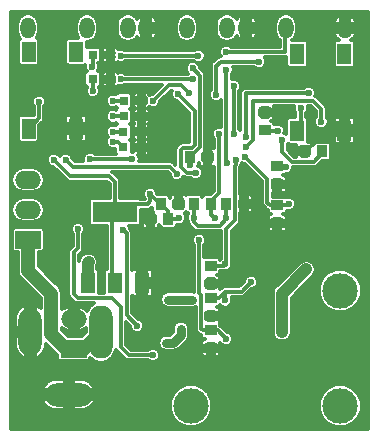
<source format=gbl>
G04 #@! TF.FileFunction,Copper,L2,Bot,Signal*
%FSLAX46Y46*%
G04 Gerber Fmt 4.6, Leading zero omitted, Abs format (unit mm)*
G04 Created by KiCad (PCBNEW (2015-03-13 BZR 5510)-product) date ons  4 nov 2015 02:41:53*
%MOMM*%
G01*
G04 APERTURE LIST*
%ADD10C,0.100000*%
%ADD11O,4.000500X1.998980*%
%ADD12O,1.998980X4.000500*%
%ADD13O,1.998980X4.500880*%
%ADD14O,1.300000X1.800000*%
%ADD15R,0.797560X0.797560*%
%ADD16R,0.899160X1.000760*%
%ADD17R,1.000760X0.899160*%
%ADD18R,1.200000X1.750000*%
%ADD19C,3.000000*%
%ADD20R,1.300480X1.800860*%
%ADD21R,3.799840X1.800860*%
%ADD22R,2.199640X1.524000*%
%ADD23O,2.199640X1.524000*%
%ADD24C,0.600000*%
%ADD25C,1.000000*%
%ADD26C,0.300000*%
%ADD27C,1.200000*%
%ADD28C,0.800000*%
G04 APERTURE END LIST*
D10*
D11*
X123160120Y-118270980D03*
D12*
X119908920Y-112970000D03*
D13*
X125910940Y-112970000D03*
D14*
X136540000Y-87220000D03*
X141540000Y-87220000D03*
X146540000Y-87220000D03*
X128160000Y-87220000D03*
X133160000Y-87220000D03*
X138160000Y-87220000D03*
X119700000Y-87220000D03*
X124700000Y-87220000D03*
X129700000Y-87220000D03*
D15*
X127800700Y-94720000D03*
X129299300Y-94720000D03*
D16*
X131581840Y-103420000D03*
X130078160Y-103420000D03*
X136488160Y-102100000D03*
X137991840Y-102100000D03*
X130948160Y-102100000D03*
X132451840Y-102100000D03*
X134921840Y-98190000D03*
X133418160Y-98190000D03*
D17*
X139740000Y-94358160D03*
X139740000Y-95861840D03*
D16*
X133728160Y-102100000D03*
X135231840Y-102100000D03*
D17*
X135180000Y-112838160D03*
X135180000Y-114341840D03*
X135180000Y-110118160D03*
X135180000Y-111621840D03*
X135180000Y-107388160D03*
X135180000Y-108891840D03*
X140820000Y-102258160D03*
X140820000Y-103761840D03*
X140820000Y-98958160D03*
X140820000Y-100461840D03*
D16*
X144631840Y-97670000D03*
X143128160Y-97670000D03*
D18*
X146490000Y-95920000D03*
X142490000Y-95920000D03*
X146490000Y-89420000D03*
X142490000Y-89420000D03*
X123770000Y-95750000D03*
X119770000Y-95750000D03*
X123770000Y-89250000D03*
X119770000Y-89250000D03*
D19*
X146150000Y-109460000D03*
X146150000Y-119200000D03*
X133500000Y-119200000D03*
D20*
X129381240Y-108809740D03*
X127080000Y-108809740D03*
X124778760Y-108809740D03*
D21*
X127080000Y-102810260D03*
D15*
X125180700Y-89520000D03*
X126679300Y-89520000D03*
X127810700Y-93380000D03*
X129309300Y-93380000D03*
X127790700Y-96010000D03*
X129289300Y-96010000D03*
X125180700Y-91570000D03*
X126679300Y-91570000D03*
X127790700Y-97340000D03*
X129289300Y-97340000D03*
D22*
X119720000Y-105170000D03*
D23*
X119720000Y-102630000D03*
X119720000Y-100090000D03*
D22*
X123580000Y-114400000D03*
D23*
X123580000Y-111860000D03*
D24*
X143280000Y-107660000D03*
X141220000Y-112970000D03*
X124840000Y-107050000D03*
X141790000Y-104020000D03*
X125940000Y-96760000D03*
X127810000Y-99800000D03*
X129460000Y-102770000D03*
X132270000Y-101040000D03*
X135020000Y-101050000D03*
X138860000Y-102100000D03*
X141260000Y-95130000D03*
X143690000Y-95150000D03*
X130270000Y-116830000D03*
X129180000Y-101320000D03*
X129290000Y-92270000D03*
X123760000Y-94410000D03*
X130270000Y-113580000D03*
X130270000Y-110320000D03*
X137450000Y-108500000D03*
X137310000Y-111440000D03*
X137460000Y-114700000D03*
X129380000Y-107370000D03*
X132800000Y-95080000D03*
X134980000Y-96160000D03*
X145420000Y-95170000D03*
X121900000Y-98390000D03*
X130070000Y-101290000D03*
X133730000Y-103290000D03*
X136510000Y-103290000D03*
X132510000Y-103290000D03*
X125150000Y-90510000D03*
X126880000Y-93380000D03*
X126890000Y-96010000D03*
X125180000Y-92570000D03*
X126890000Y-94720000D03*
X126920000Y-96860000D03*
X133650000Y-90640000D03*
X133420000Y-98830000D03*
X135510000Y-103310000D03*
X137130000Y-92160000D03*
X137140000Y-96170000D03*
X135880000Y-96190000D03*
X135640000Y-92870000D03*
X139280000Y-90070000D03*
X131420000Y-113890000D03*
X132650000Y-112700000D03*
X133630000Y-110230000D03*
X131580000Y-110230000D03*
X136500000Y-113560000D03*
X134200000Y-105190000D03*
X136410000Y-110300000D03*
X138590000Y-108770000D03*
X136410000Y-107240000D03*
X137280000Y-98400000D03*
X141770000Y-102110000D03*
X138100000Y-98150000D03*
X141560000Y-98960000D03*
X140850000Y-95920000D03*
X142800000Y-94020000D03*
X120650000Y-93470000D03*
X122890000Y-98380000D03*
X132310000Y-99560000D03*
X132400000Y-92810000D03*
X133900000Y-99470000D03*
X127540000Y-89570000D03*
X134140000Y-89580000D03*
X130320000Y-93400000D03*
X133310000Y-92740000D03*
X133640000Y-91590000D03*
X127550000Y-91570000D03*
X141230000Y-96710000D03*
X144550000Y-95150000D03*
X138130000Y-97340000D03*
X143480000Y-92760000D03*
X138130000Y-96470000D03*
X130290000Y-114930000D03*
X123940000Y-104250000D03*
X124970000Y-98340000D03*
X128550000Y-98340000D03*
X128950000Y-112440000D03*
X127770000Y-104320000D03*
X136510000Y-89260000D03*
X136510000Y-90790000D03*
X136550000Y-98680000D03*
D25*
X141220000Y-109720000D02*
X143280000Y-107660000D01*
X141220000Y-112970000D02*
X141220000Y-109720000D01*
X124778760Y-108809740D02*
X124778760Y-107111240D01*
X124778760Y-107111240D02*
X124840000Y-107050000D01*
D26*
X130078160Y-103420000D02*
X130078160Y-103388160D01*
X130078160Y-103388160D02*
X129460000Y-102770000D01*
X129299300Y-94720000D02*
X129389300Y-94630000D01*
X146450000Y-86800000D02*
X146450000Y-87320000D01*
X132451840Y-101221840D02*
X132451840Y-102100000D01*
X132270000Y-101040000D02*
X132451840Y-101221840D01*
X138860000Y-102100000D02*
X137991840Y-102100000D01*
X143128160Y-97670000D02*
X143210000Y-97670000D01*
X143210000Y-97670000D02*
X144060000Y-96820000D01*
X144060000Y-96820000D02*
X144060000Y-96350000D01*
X144060000Y-96350000D02*
X144260000Y-96150000D01*
X139740000Y-94358160D02*
X140488160Y-94358160D01*
X140488160Y-94358160D02*
X141260000Y-95130000D01*
X143690000Y-95150000D02*
X143690000Y-95620000D01*
X145420000Y-95600000D02*
X145420000Y-95170000D01*
X144870000Y-96150000D02*
X145420000Y-95600000D01*
X144220000Y-96150000D02*
X144260000Y-96150000D01*
X144260000Y-96150000D02*
X144870000Y-96150000D01*
X143690000Y-95620000D02*
X144220000Y-96150000D01*
X123770000Y-95750000D02*
X123760000Y-95740000D01*
X123760000Y-95740000D02*
X123760000Y-94410000D01*
X129289300Y-97340000D02*
X129289300Y-96010000D01*
X129299300Y-94720000D02*
X129299300Y-96000000D01*
X129299300Y-96000000D02*
X129289300Y-96010000D01*
X129309300Y-93380000D02*
X129309300Y-94710000D01*
X129309300Y-94710000D02*
X129299300Y-94720000D01*
X129381240Y-108809740D02*
X129381240Y-107371240D01*
X129381240Y-107371240D02*
X129380000Y-107370000D01*
X134980000Y-96160000D02*
X134921840Y-96218160D01*
X134921840Y-96218160D02*
X134921840Y-98190000D01*
X145740000Y-95170000D02*
X145420000Y-95170000D01*
X146490000Y-95920000D02*
X145740000Y-95170000D01*
X131581840Y-103420000D02*
X131581840Y-102733680D01*
X131581840Y-102733680D02*
X130948160Y-102100000D01*
X133730000Y-103290000D02*
X133730000Y-103640000D01*
X136510000Y-103440000D02*
X136510000Y-103290000D01*
X135970000Y-103980000D02*
X136510000Y-103440000D01*
X134070000Y-103980000D02*
X135970000Y-103980000D01*
X133730000Y-103640000D02*
X134070000Y-103980000D01*
X127080000Y-108809740D02*
X126810000Y-108539740D01*
X126810000Y-108539740D02*
X126810000Y-103080260D01*
X126810000Y-103080260D02*
X127080000Y-102810260D01*
X127080000Y-102810260D02*
X127080000Y-100280002D01*
X123290002Y-99780002D02*
X121900000Y-98390000D01*
X126580000Y-99780002D02*
X123290002Y-99780002D01*
X127080000Y-100280002D02*
X126580000Y-99780002D01*
X130070000Y-101290000D02*
X130880000Y-102100000D01*
X130880000Y-102100000D02*
X130948160Y-102100000D01*
X133728160Y-103288160D02*
X133730000Y-103290000D01*
X133728160Y-102100000D02*
X133728160Y-103288160D01*
X136488160Y-103268160D02*
X136510000Y-103290000D01*
X136488160Y-102100000D02*
X136488160Y-103268160D01*
X130070000Y-101920000D02*
X130070000Y-101290000D01*
X129840000Y-102150000D02*
X130070000Y-101920000D01*
X127740260Y-102150000D02*
X129840000Y-102150000D01*
X127080000Y-102810260D02*
X127740260Y-102150000D01*
X132380000Y-103420000D02*
X132510000Y-103290000D01*
X131581840Y-103420000D02*
X132380000Y-103420000D01*
X125150000Y-90510000D02*
X125180700Y-90479300D01*
X125180700Y-90479300D02*
X125180700Y-89520000D01*
X127810700Y-93380000D02*
X126880000Y-93380000D01*
X127790700Y-96010000D02*
X126890000Y-96010000D01*
X125180700Y-91570000D02*
X125180700Y-92569300D01*
X125180700Y-92569300D02*
X125180000Y-92570000D01*
X127800700Y-94720000D02*
X126890000Y-94720000D01*
X126920000Y-96860000D02*
X127310700Y-96860000D01*
X127310700Y-96860000D02*
X127790700Y-97340000D01*
D27*
X123580000Y-114400000D02*
X124480940Y-114400000D01*
X124480940Y-114400000D02*
X125910940Y-112970000D01*
X123580000Y-114400000D02*
X124480940Y-114400000D01*
X123580000Y-114400000D02*
X122920000Y-114400000D01*
X122920000Y-114400000D02*
X121670000Y-113150000D01*
X121670000Y-113150000D02*
X121670000Y-109720000D01*
X121670000Y-109720000D02*
X119720000Y-107770000D01*
X119720000Y-107770000D02*
X119720000Y-105170000D01*
D26*
X134280000Y-97328160D02*
X133418160Y-98190000D01*
X134280000Y-91270000D02*
X134280000Y-97328160D01*
X133650000Y-90640000D02*
X134280000Y-91270000D01*
X133420000Y-98830000D02*
X133418160Y-98828160D01*
X133418160Y-98828160D02*
X133418160Y-98190000D01*
X135231840Y-102100000D02*
X135231840Y-103031840D01*
X135231840Y-103031840D02*
X135510000Y-103310000D01*
X137130000Y-96160000D02*
X137130000Y-92160000D01*
X137140000Y-96170000D02*
X137130000Y-96160000D01*
X135880000Y-101210000D02*
X135880000Y-96190000D01*
X135231840Y-101858160D02*
X135880000Y-101210000D01*
X135231840Y-102100000D02*
X135231840Y-101858160D01*
X135640000Y-92870000D02*
X135640000Y-90460000D01*
X135640000Y-90460000D02*
X136030000Y-90070000D01*
X136030000Y-90070000D02*
X139280000Y-90070000D01*
D28*
X131420000Y-113890000D02*
X131980000Y-113890000D01*
X131980000Y-113890000D02*
X132650000Y-113220000D01*
X132650000Y-113220000D02*
X132650000Y-112700000D01*
X131580000Y-110230000D02*
X133630000Y-110230000D01*
D26*
X135778160Y-112838160D02*
X135180000Y-112838160D01*
X136500000Y-113560000D02*
X135778160Y-112838160D01*
X134508160Y-112838160D02*
X135180000Y-112838160D01*
X134360000Y-112690000D02*
X134508160Y-112838160D01*
X134360000Y-109830000D02*
X134360000Y-112690000D01*
X134200000Y-109670000D02*
X134360000Y-109830000D01*
X134200000Y-105190000D02*
X134200000Y-109670000D01*
X136410000Y-109560000D02*
X136410000Y-110300000D01*
X138590000Y-108770000D02*
X137800000Y-109560000D01*
X137800000Y-109560000D02*
X136410000Y-109560000D01*
X136410000Y-109560000D02*
X135851840Y-110118160D01*
X135851840Y-110118160D02*
X135180000Y-110118160D01*
X136410000Y-107240000D02*
X136261840Y-107388160D01*
X136261840Y-107388160D02*
X135180000Y-107388160D01*
X136490000Y-107160000D02*
X136410000Y-107240000D01*
X136490000Y-104260000D02*
X136490000Y-107160000D01*
X137240000Y-103510000D02*
X136490000Y-104260000D01*
X137240000Y-98890000D02*
X137240000Y-103510000D01*
X137280000Y-98850000D02*
X137240000Y-98890000D01*
X137280000Y-98400000D02*
X137280000Y-98850000D01*
X141621840Y-102258160D02*
X140820000Y-102258160D01*
X141770000Y-102110000D02*
X141621840Y-102258160D01*
X140218160Y-102258160D02*
X140820000Y-102258160D01*
X139980000Y-102020000D02*
X140218160Y-102258160D01*
X139980000Y-100030000D02*
X139980000Y-102020000D01*
X138100000Y-98150000D02*
X139980000Y-100030000D01*
X141558160Y-98958160D02*
X140820000Y-98958160D01*
X141560000Y-98960000D02*
X141558160Y-98958160D01*
X139740000Y-95861840D02*
X139798160Y-95920000D01*
X139798160Y-95920000D02*
X140850000Y-95920000D01*
X142800000Y-95610000D02*
X142800000Y-94020000D01*
X142490000Y-95920000D02*
X142800000Y-95610000D01*
X120650000Y-94870000D02*
X119770000Y-95750000D01*
X120650000Y-93470000D02*
X120650000Y-94870000D01*
X123490000Y-98980000D02*
X122890000Y-98380000D01*
X131730000Y-98980000D02*
X123490000Y-98980000D01*
X132310000Y-99560000D02*
X131730000Y-98980000D01*
X132400000Y-92810000D02*
X133829998Y-94239998D01*
X133829998Y-94239998D02*
X133829998Y-97141764D01*
X133829998Y-97141764D02*
X133601762Y-97370000D01*
X133601762Y-97370000D02*
X132840000Y-97370000D01*
X132840000Y-97370000D02*
X132640000Y-97570000D01*
X132640000Y-97570000D02*
X132640000Y-98970000D01*
X132640000Y-98970000D02*
X133140000Y-99470000D01*
X133140000Y-99470000D02*
X133900000Y-99470000D01*
X134130000Y-89570000D02*
X127540000Y-89570000D01*
X134140000Y-89580000D02*
X134130000Y-89570000D01*
X130320000Y-93400000D02*
X131170000Y-92550000D01*
X131170000Y-92550000D02*
X131630000Y-92090000D01*
X131630000Y-92090000D02*
X132660000Y-92090000D01*
X132660000Y-92090000D02*
X133310000Y-92740000D01*
X133640000Y-91590000D02*
X133620000Y-91570000D01*
X133620000Y-91570000D02*
X127550000Y-91570000D01*
X144631840Y-97670000D02*
X144631840Y-97838160D01*
X144631840Y-97838160D02*
X143890000Y-98580000D01*
X143890000Y-98580000D02*
X142040000Y-98580000D01*
X142040000Y-98580000D02*
X141230000Y-97770000D01*
X141230000Y-97770000D02*
X141230000Y-96710000D01*
X138740000Y-96730000D02*
X138740000Y-93400000D01*
X138740000Y-93400000D02*
X143870000Y-93400000D01*
X143870000Y-93400000D02*
X144550000Y-94080000D01*
X144550000Y-94080000D02*
X144550000Y-95150000D01*
X138130000Y-97340000D02*
X138740000Y-96730000D01*
X138130000Y-92760000D02*
X143480000Y-92760000D01*
X138130000Y-96470000D02*
X138130000Y-92760000D01*
X128250000Y-114930000D02*
X130290000Y-114930000D01*
X127560000Y-114240000D02*
X128250000Y-114930000D01*
X127560000Y-110840000D02*
X127560000Y-114240000D01*
X126810000Y-110090000D02*
X127560000Y-110840000D01*
X123900000Y-110090000D02*
X126810000Y-110090000D01*
X123560000Y-109750000D02*
X123900000Y-110090000D01*
X123560000Y-106240000D02*
X123560000Y-109750000D01*
X123940000Y-105860000D02*
X123560000Y-106240000D01*
X123940000Y-104250000D02*
X123940000Y-105860000D01*
X128550000Y-98340000D02*
X124970000Y-98340000D01*
X128050000Y-111540000D02*
X128950000Y-112440000D01*
X128050000Y-104600000D02*
X128050000Y-111540000D01*
X127770000Y-104320000D02*
X128050000Y-104600000D01*
X136510000Y-89260000D02*
X141460000Y-89260000D01*
X136510000Y-98640000D02*
X136510000Y-90790000D01*
X136550000Y-98680000D02*
X136510000Y-98640000D01*
X141460000Y-89260000D02*
X141460000Y-87330000D01*
X141460000Y-87330000D02*
X141450000Y-87320000D01*
X141450000Y-88050000D02*
X141450000Y-87320000D01*
G36*
X142350000Y-94739123D02*
X141890000Y-94739123D01*
X141775611Y-94761317D01*
X141675074Y-94827359D01*
X141607775Y-94927060D01*
X141584123Y-95045000D01*
X141584123Y-96215471D01*
X141570317Y-96201641D01*
X141410311Y-96135201D01*
X141449896Y-96039871D01*
X141450104Y-95801176D01*
X141358952Y-95580571D01*
X141190317Y-95411641D01*
X140969871Y-95320104D01*
X140731176Y-95319896D01*
X140543390Y-95397487D01*
X140524063Y-95297871D01*
X140458021Y-95197334D01*
X140358320Y-95130035D01*
X140247146Y-95107740D01*
X140300053Y-95107740D01*
X140410316Y-95062068D01*
X140494708Y-94977677D01*
X140540380Y-94867414D01*
X140540380Y-94657950D01*
X140465380Y-94582950D01*
X139990190Y-94582950D01*
X139990190Y-94728160D01*
X139489810Y-94728160D01*
X139489810Y-94582950D01*
X139370000Y-94582950D01*
X139370000Y-94133370D01*
X139489810Y-94133370D01*
X139489810Y-93988160D01*
X139990190Y-93988160D01*
X139990190Y-94133370D01*
X140465380Y-94133370D01*
X140540380Y-94058370D01*
X140540380Y-93850000D01*
X142220919Y-93850000D01*
X142200104Y-93900129D01*
X142199896Y-94138824D01*
X142291048Y-94359429D01*
X142350000Y-94418484D01*
X142350000Y-94739123D01*
X142350000Y-94739123D01*
G37*
X142350000Y-94739123D02*
X141890000Y-94739123D01*
X141775611Y-94761317D01*
X141675074Y-94827359D01*
X141607775Y-94927060D01*
X141584123Y-95045000D01*
X141584123Y-96215471D01*
X141570317Y-96201641D01*
X141410311Y-96135201D01*
X141449896Y-96039871D01*
X141450104Y-95801176D01*
X141358952Y-95580571D01*
X141190317Y-95411641D01*
X140969871Y-95320104D01*
X140731176Y-95319896D01*
X140543390Y-95397487D01*
X140524063Y-95297871D01*
X140458021Y-95197334D01*
X140358320Y-95130035D01*
X140247146Y-95107740D01*
X140300053Y-95107740D01*
X140410316Y-95062068D01*
X140494708Y-94977677D01*
X140540380Y-94867414D01*
X140540380Y-94657950D01*
X140465380Y-94582950D01*
X139990190Y-94582950D01*
X139990190Y-94728160D01*
X139489810Y-94728160D01*
X139489810Y-94582950D01*
X139370000Y-94582950D01*
X139370000Y-94133370D01*
X139489810Y-94133370D01*
X139489810Y-93988160D01*
X139990190Y-93988160D01*
X139990190Y-94133370D01*
X140465380Y-94133370D01*
X140540380Y-94058370D01*
X140540380Y-93850000D01*
X142220919Y-93850000D01*
X142200104Y-93900129D01*
X142199896Y-94138824D01*
X142291048Y-94359429D01*
X142350000Y-94418484D01*
X142350000Y-94739123D01*
G36*
X143498160Y-97920190D02*
X143352950Y-97920190D01*
X143352950Y-98040000D01*
X142903370Y-98040000D01*
X142903370Y-97920190D01*
X142453580Y-97920190D01*
X142378580Y-97995190D01*
X142378580Y-98110706D01*
X142378580Y-98130000D01*
X142226396Y-98130000D01*
X141680000Y-97583604D01*
X141680000Y-97108574D01*
X141735873Y-97052798D01*
X141772060Y-97077225D01*
X141890000Y-97100877D01*
X142382336Y-97100877D01*
X142378580Y-97109947D01*
X142378580Y-97229294D01*
X142378580Y-97344810D01*
X142453580Y-97419810D01*
X142903370Y-97419810D01*
X142903370Y-97300000D01*
X143352950Y-97300000D01*
X143352950Y-97419810D01*
X143498160Y-97419810D01*
X143498160Y-97920190D01*
X143498160Y-97920190D01*
G37*
X143498160Y-97920190D02*
X143352950Y-97920190D01*
X143352950Y-98040000D01*
X142903370Y-98040000D01*
X142903370Y-97920190D01*
X142453580Y-97920190D01*
X142378580Y-97995190D01*
X142378580Y-98110706D01*
X142378580Y-98130000D01*
X142226396Y-98130000D01*
X141680000Y-97583604D01*
X141680000Y-97108574D01*
X141735873Y-97052798D01*
X141772060Y-97077225D01*
X141890000Y-97100877D01*
X142382336Y-97100877D01*
X142378580Y-97109947D01*
X142378580Y-97229294D01*
X142378580Y-97344810D01*
X142453580Y-97419810D01*
X142903370Y-97419810D01*
X142903370Y-97300000D01*
X143352950Y-97300000D01*
X143352950Y-97419810D01*
X143498160Y-97419810D01*
X143498160Y-97920190D01*
G36*
X148470000Y-121160000D02*
X147950312Y-121160000D01*
X147950312Y-118843529D01*
X147950312Y-109103529D01*
X147676855Y-108441714D01*
X147444298Y-108208750D01*
X147444298Y-87714473D01*
X147444298Y-86725527D01*
X147281907Y-86398077D01*
X147006567Y-86157697D01*
X147000644Y-86139153D01*
X146865000Y-86157596D01*
X146865000Y-86870000D01*
X147396409Y-86870000D01*
X147444298Y-86725527D01*
X147444298Y-87714473D01*
X147396409Y-87570000D01*
X146865000Y-87570000D01*
X146865000Y-87590000D01*
X146215000Y-87590000D01*
X146215000Y-87570000D01*
X146215000Y-86870000D01*
X146215000Y-86157596D01*
X146079356Y-86139153D01*
X146073433Y-86157697D01*
X145798093Y-86398077D01*
X145635702Y-86725527D01*
X145683591Y-86870000D01*
X146215000Y-86870000D01*
X146215000Y-87570000D01*
X145683591Y-87570000D01*
X145635702Y-87714473D01*
X145798093Y-88041923D01*
X146023973Y-88239123D01*
X145890000Y-88239123D01*
X145775611Y-88261317D01*
X145675074Y-88327359D01*
X145607775Y-88427060D01*
X145584123Y-88545000D01*
X145584123Y-90295000D01*
X145606317Y-90409389D01*
X145672359Y-90509926D01*
X145772060Y-90577225D01*
X145890000Y-90600877D01*
X147090000Y-90600877D01*
X147204389Y-90578683D01*
X147304926Y-90512641D01*
X147372225Y-90412940D01*
X147395877Y-90295000D01*
X147395877Y-88545000D01*
X147373683Y-88430611D01*
X147307641Y-88330074D01*
X147207940Y-88262775D01*
X147090000Y-88239123D01*
X147056026Y-88239123D01*
X147281907Y-88041923D01*
X147444298Y-87714473D01*
X147444298Y-108208750D01*
X147390000Y-108154357D01*
X147390000Y-96854674D01*
X147390000Y-96345000D01*
X147390000Y-95495000D01*
X147390000Y-94985326D01*
X147344328Y-94875063D01*
X147259936Y-94790672D01*
X147149673Y-94745000D01*
X147030326Y-94745000D01*
X146865000Y-94745000D01*
X146790000Y-94820000D01*
X146790000Y-95570000D01*
X147315000Y-95570000D01*
X147390000Y-95495000D01*
X147390000Y-96345000D01*
X147315000Y-96270000D01*
X146790000Y-96270000D01*
X146790000Y-97020000D01*
X146865000Y-97095000D01*
X147030326Y-97095000D01*
X147149673Y-97095000D01*
X147259936Y-97049328D01*
X147344328Y-96964937D01*
X147390000Y-96854674D01*
X147390000Y-108154357D01*
X147170949Y-107934924D01*
X146509613Y-107660313D01*
X146190000Y-107660034D01*
X146190000Y-97020000D01*
X146190000Y-96270000D01*
X146190000Y-95570000D01*
X146190000Y-94820000D01*
X146115000Y-94745000D01*
X145949674Y-94745000D01*
X145830327Y-94745000D01*
X145720064Y-94790672D01*
X145635672Y-94875063D01*
X145590000Y-94985326D01*
X145590000Y-95495000D01*
X145665000Y-95570000D01*
X146190000Y-95570000D01*
X146190000Y-96270000D01*
X145665000Y-96270000D01*
X145590000Y-96345000D01*
X145590000Y-96854674D01*
X145635672Y-96964937D01*
X145720064Y-97049328D01*
X145830327Y-97095000D01*
X145949674Y-97095000D01*
X146115000Y-97095000D01*
X146190000Y-97020000D01*
X146190000Y-107660034D01*
X145793529Y-107659688D01*
X145387297Y-107827540D01*
X145387297Y-98170380D01*
X145387297Y-97169620D01*
X145365103Y-97055231D01*
X145299061Y-96954694D01*
X145199360Y-96887395D01*
X145081420Y-96863743D01*
X144182260Y-96863743D01*
X144067871Y-96885937D01*
X143967334Y-96951979D01*
X143900035Y-97051680D01*
X143877740Y-97162853D01*
X143877740Y-97109947D01*
X143832068Y-96999684D01*
X143747677Y-96915292D01*
X143637414Y-96869620D01*
X143478162Y-96869620D01*
X143427950Y-96869620D01*
X143380912Y-96869620D01*
X143395877Y-96795000D01*
X143395877Y-95045000D01*
X143373683Y-94930611D01*
X143307641Y-94830074D01*
X143250000Y-94791165D01*
X143250000Y-94418574D01*
X143308359Y-94360317D01*
X143399896Y-94139871D01*
X143400104Y-93901176D01*
X143378958Y-93850000D01*
X143683604Y-93850000D01*
X144100000Y-94266396D01*
X144100000Y-94751425D01*
X144041641Y-94809683D01*
X143950104Y-95030129D01*
X143949896Y-95268824D01*
X144041048Y-95489429D01*
X144209683Y-95658359D01*
X144430129Y-95749896D01*
X144668824Y-95750104D01*
X144889429Y-95658952D01*
X145058359Y-95490317D01*
X145149896Y-95269871D01*
X145150104Y-95031176D01*
X145058952Y-94810571D01*
X145000000Y-94751515D01*
X145000000Y-94080000D01*
X144965746Y-93907792D01*
X144868198Y-93761802D01*
X144188198Y-93081802D01*
X144042208Y-92984254D01*
X144036983Y-92983214D01*
X144079896Y-92879871D01*
X144080104Y-92641176D01*
X143988952Y-92420571D01*
X143820317Y-92251641D01*
X143599871Y-92160104D01*
X143361176Y-92159896D01*
X143140571Y-92251048D01*
X143081515Y-92310000D01*
X138130000Y-92310000D01*
X137957792Y-92344254D01*
X137811802Y-92441802D01*
X137714254Y-92587792D01*
X137680000Y-92760000D01*
X137680000Y-95905713D01*
X137648952Y-95830571D01*
X137580000Y-95761498D01*
X137580000Y-92558574D01*
X137638359Y-92500317D01*
X137729896Y-92279871D01*
X137730104Y-92041176D01*
X137638952Y-91820571D01*
X137470317Y-91651641D01*
X137249871Y-91560104D01*
X137011176Y-91559896D01*
X136960000Y-91581041D01*
X136960000Y-91188574D01*
X137018359Y-91130317D01*
X137109896Y-90909871D01*
X137110104Y-90671176D01*
X137047639Y-90520000D01*
X138881425Y-90520000D01*
X138939683Y-90578359D01*
X139160129Y-90669896D01*
X139398824Y-90670104D01*
X139619429Y-90578952D01*
X139788359Y-90410317D01*
X139879896Y-90189871D01*
X139880104Y-89951176D01*
X139788952Y-89730571D01*
X139768416Y-89710000D01*
X141460000Y-89710000D01*
X141584123Y-89685310D01*
X141584123Y-90295000D01*
X141606317Y-90409389D01*
X141672359Y-90509926D01*
X141772060Y-90577225D01*
X141890000Y-90600877D01*
X143090000Y-90600877D01*
X143204389Y-90578683D01*
X143304926Y-90512641D01*
X143372225Y-90412940D01*
X143395877Y-90295000D01*
X143395877Y-88545000D01*
X143373683Y-88430611D01*
X143307641Y-88330074D01*
X143207940Y-88262775D01*
X143090000Y-88239123D01*
X142101207Y-88239123D01*
X142211751Y-88165260D01*
X142417686Y-87857058D01*
X142490000Y-87493509D01*
X142490000Y-86946491D01*
X142417686Y-86582942D01*
X142211751Y-86274740D01*
X141903549Y-86068805D01*
X141540000Y-85996491D01*
X141176451Y-86068805D01*
X140868249Y-86274740D01*
X140662314Y-86582942D01*
X140590000Y-86946491D01*
X140590000Y-87493509D01*
X140662314Y-87857058D01*
X140868249Y-88165260D01*
X141010000Y-88259975D01*
X141010000Y-88810000D01*
X139064298Y-88810000D01*
X139064298Y-87714473D01*
X139064298Y-86725527D01*
X138901907Y-86398077D01*
X138626567Y-86157697D01*
X138620644Y-86139153D01*
X138485000Y-86157596D01*
X138485000Y-86870000D01*
X139016409Y-86870000D01*
X139064298Y-86725527D01*
X139064298Y-87714473D01*
X139016409Y-87570000D01*
X138485000Y-87570000D01*
X138485000Y-88282404D01*
X138620644Y-88300847D01*
X138626567Y-88282303D01*
X138901907Y-88041923D01*
X139064298Y-87714473D01*
X139064298Y-88810000D01*
X137835000Y-88810000D01*
X137835000Y-88282404D01*
X137835000Y-87570000D01*
X137790000Y-87570000D01*
X137790000Y-86870000D01*
X137835000Y-86870000D01*
X137835000Y-86157596D01*
X137699356Y-86139153D01*
X137693433Y-86157697D01*
X137418093Y-86398077D01*
X137365296Y-86504536D01*
X137211751Y-86274740D01*
X136903549Y-86068805D01*
X136540000Y-85996491D01*
X136176451Y-86068805D01*
X135868249Y-86274740D01*
X135662314Y-86582942D01*
X135590000Y-86946491D01*
X135590000Y-87493509D01*
X135662314Y-87857058D01*
X135868249Y-88165260D01*
X136176451Y-88371195D01*
X136540000Y-88443509D01*
X136903549Y-88371195D01*
X137211751Y-88165260D01*
X137365296Y-87935463D01*
X137418093Y-88041923D01*
X137693433Y-88282303D01*
X137699356Y-88300847D01*
X137835000Y-88282404D01*
X137835000Y-88810000D01*
X136908574Y-88810000D01*
X136850317Y-88751641D01*
X136629871Y-88660104D01*
X136391176Y-88659896D01*
X136170571Y-88751048D01*
X136001641Y-88919683D01*
X135910104Y-89140129D01*
X135909896Y-89378824D01*
X136001048Y-89599429D01*
X136022977Y-89621396D01*
X135857792Y-89654254D01*
X135711802Y-89751802D01*
X135321802Y-90141802D01*
X135224254Y-90287792D01*
X135190000Y-90460000D01*
X135190000Y-92471425D01*
X135131641Y-92529683D01*
X135040104Y-92750129D01*
X135039896Y-92988824D01*
X135131048Y-93209429D01*
X135299683Y-93378359D01*
X135520129Y-93469896D01*
X135758824Y-93470104D01*
X135979429Y-93378952D01*
X136060000Y-93298521D01*
X136060000Y-95615071D01*
X135999871Y-95590104D01*
X135761176Y-95589896D01*
X135540571Y-95681048D01*
X135371641Y-95849683D01*
X135280104Y-96070129D01*
X135279896Y-96308824D01*
X135371048Y-96529429D01*
X135430000Y-96588484D01*
X135430000Y-97389620D01*
X135221630Y-97389620D01*
X135146630Y-97464620D01*
X135146630Y-97939810D01*
X135291840Y-97939810D01*
X135291840Y-98440190D01*
X135146630Y-98440190D01*
X135146630Y-98915380D01*
X135221630Y-98990380D01*
X135430000Y-98990380D01*
X135430000Y-101023604D01*
X135159861Y-101293743D01*
X134782260Y-101293743D01*
X134667871Y-101315937D01*
X134567334Y-101381979D01*
X134500035Y-101481680D01*
X134480059Y-101581285D01*
X134461423Y-101485231D01*
X134395381Y-101384694D01*
X134295680Y-101317395D01*
X134177740Y-101293743D01*
X133278580Y-101293743D01*
X133164191Y-101315937D01*
X133090444Y-101364380D01*
X133071357Y-101345292D01*
X132961094Y-101299620D01*
X132751630Y-101299620D01*
X132676630Y-101374620D01*
X132676630Y-101849810D01*
X132821840Y-101849810D01*
X132821840Y-102350190D01*
X132676630Y-102350190D01*
X132676630Y-102470000D01*
X132227050Y-102470000D01*
X132227050Y-102350190D01*
X132081840Y-102350190D01*
X132081840Y-101849810D01*
X132227050Y-101849810D01*
X132227050Y-101374620D01*
X132152050Y-101299620D01*
X131942586Y-101299620D01*
X131832323Y-101345292D01*
X131747932Y-101429684D01*
X131702260Y-101539947D01*
X131702260Y-101592625D01*
X131681423Y-101485231D01*
X131615381Y-101384694D01*
X131515680Y-101317395D01*
X131397740Y-101293743D01*
X130710139Y-101293743D01*
X130670032Y-101253636D01*
X130670104Y-101171176D01*
X130578952Y-100950571D01*
X130410317Y-100781641D01*
X130189871Y-100690104D01*
X129951176Y-100689896D01*
X129730571Y-100781048D01*
X129561641Y-100949683D01*
X129470104Y-101170129D01*
X129469896Y-101408824D01*
X129561048Y-101629429D01*
X129620000Y-101688484D01*
X129620000Y-101700000D01*
X129200908Y-101700000D01*
X129197561Y-101694904D01*
X129097860Y-101627605D01*
X128979920Y-101603953D01*
X127530000Y-101603953D01*
X127530000Y-100280002D01*
X127495746Y-100107795D01*
X127495746Y-100107794D01*
X127398198Y-99961804D01*
X126898198Y-99461804D01*
X126850600Y-99430000D01*
X131543604Y-99430000D01*
X131709967Y-99596363D01*
X131709896Y-99678824D01*
X131801048Y-99899429D01*
X131969683Y-100068359D01*
X132190129Y-100159896D01*
X132428824Y-100160104D01*
X132649429Y-100068952D01*
X132818359Y-99900317D01*
X132855551Y-99810748D01*
X132967792Y-99885746D01*
X132967793Y-99885746D01*
X133140000Y-99920000D01*
X133501425Y-99920000D01*
X133559683Y-99978359D01*
X133780129Y-100069896D01*
X134018824Y-100070104D01*
X134239429Y-99978952D01*
X134408359Y-99810317D01*
X134499896Y-99589871D01*
X134500104Y-99351176D01*
X134408952Y-99130571D01*
X134240317Y-98961641D01*
X134088909Y-98898771D01*
X134149965Y-98808320D01*
X134172260Y-98697146D01*
X134172260Y-98750053D01*
X134217932Y-98860316D01*
X134302323Y-98944708D01*
X134412586Y-98990380D01*
X134622050Y-98990380D01*
X134697050Y-98915380D01*
X134697050Y-98440190D01*
X134551840Y-98440190D01*
X134551840Y-97939810D01*
X134697050Y-97939810D01*
X134697050Y-97493812D01*
X134697050Y-97493811D01*
X134730000Y-97328160D01*
X134730000Y-91270000D01*
X134695747Y-91097793D01*
X134695746Y-91097792D01*
X134598198Y-90951802D01*
X134250032Y-90603636D01*
X134250104Y-90521176D01*
X134158952Y-90300571D01*
X134038503Y-90179912D01*
X134258824Y-90180104D01*
X134479429Y-90088952D01*
X134648359Y-89920317D01*
X134739896Y-89699871D01*
X134740104Y-89461176D01*
X134648952Y-89240571D01*
X134480317Y-89071641D01*
X134259871Y-88980104D01*
X134110000Y-88979973D01*
X134110000Y-87493509D01*
X134110000Y-86946491D01*
X134037686Y-86582942D01*
X133831751Y-86274740D01*
X133523549Y-86068805D01*
X133160000Y-85996491D01*
X132796451Y-86068805D01*
X132488249Y-86274740D01*
X132282314Y-86582942D01*
X132210000Y-86946491D01*
X132210000Y-87493509D01*
X132282314Y-87857058D01*
X132488249Y-88165260D01*
X132796451Y-88371195D01*
X133160000Y-88443509D01*
X133523549Y-88371195D01*
X133831751Y-88165260D01*
X134037686Y-87857058D01*
X134110000Y-87493509D01*
X134110000Y-88979973D01*
X134021176Y-88979896D01*
X133800571Y-89071048D01*
X133751533Y-89120000D01*
X130604298Y-89120000D01*
X130604298Y-87714473D01*
X130604298Y-86725527D01*
X130441907Y-86398077D01*
X130166567Y-86157697D01*
X130160644Y-86139153D01*
X130025000Y-86157596D01*
X130025000Y-86870000D01*
X130556409Y-86870000D01*
X130604298Y-86725527D01*
X130604298Y-87714473D01*
X130556409Y-87570000D01*
X130025000Y-87570000D01*
X130025000Y-88282404D01*
X130160644Y-88300847D01*
X130166567Y-88282303D01*
X130441907Y-88041923D01*
X130604298Y-87714473D01*
X130604298Y-89120000D01*
X129375000Y-89120000D01*
X129375000Y-88282404D01*
X129375000Y-87570000D01*
X129330000Y-87570000D01*
X129330000Y-86870000D01*
X129375000Y-86870000D01*
X129375000Y-86157596D01*
X129239356Y-86139153D01*
X129233433Y-86157697D01*
X128958093Y-86398077D01*
X128939378Y-86435814D01*
X128831751Y-86274740D01*
X128523549Y-86068805D01*
X128160000Y-85996491D01*
X127796451Y-86068805D01*
X127488249Y-86274740D01*
X127282314Y-86582942D01*
X127210000Y-86946491D01*
X127210000Y-87493509D01*
X127282314Y-87857058D01*
X127488249Y-88165260D01*
X127796451Y-88371195D01*
X128160000Y-88443509D01*
X128523549Y-88371195D01*
X128831751Y-88165260D01*
X128939378Y-88004185D01*
X128958093Y-88041923D01*
X129233433Y-88282303D01*
X129239356Y-88300847D01*
X129375000Y-88282404D01*
X129375000Y-89120000D01*
X127938574Y-89120000D01*
X127880317Y-89061641D01*
X127659871Y-88970104D01*
X127421176Y-88969896D01*
X127351962Y-88998494D01*
X127332408Y-88951284D01*
X127248017Y-88866892D01*
X127137754Y-88821220D01*
X126953690Y-88821220D01*
X126878690Y-88896220D01*
X126878690Y-89320610D01*
X126993884Y-89320610D01*
X126940104Y-89450129D01*
X126939896Y-89688824D01*
X126952525Y-89719390D01*
X126878690Y-89719390D01*
X126878690Y-90143780D01*
X126953690Y-90218780D01*
X127137754Y-90218780D01*
X127248017Y-90173108D01*
X127300784Y-90120339D01*
X127420129Y-90169896D01*
X127658824Y-90170104D01*
X127879429Y-90078952D01*
X127938484Y-90020000D01*
X133731443Y-90020000D01*
X133751496Y-90040087D01*
X133531176Y-90039896D01*
X133310571Y-90131048D01*
X133141641Y-90299683D01*
X133050104Y-90520129D01*
X133049896Y-90758824D01*
X133141048Y-90979429D01*
X133271479Y-91110088D01*
X133261550Y-91120000D01*
X127948574Y-91120000D01*
X127890317Y-91061641D01*
X127669871Y-90970104D01*
X127431176Y-90969896D01*
X127335740Y-91009329D01*
X127332408Y-91001284D01*
X127248017Y-90916892D01*
X127137754Y-90871220D01*
X126953690Y-90871220D01*
X126878690Y-90946220D01*
X126878690Y-91370610D01*
X126983123Y-91370610D01*
X126950104Y-91450129D01*
X126949896Y-91688824D01*
X126983185Y-91769390D01*
X126878690Y-91769390D01*
X126878690Y-92193780D01*
X126953690Y-92268780D01*
X127137754Y-92268780D01*
X127248017Y-92223108D01*
X127332408Y-92138716D01*
X127335729Y-92130697D01*
X127430129Y-92169896D01*
X127668824Y-92170104D01*
X127889429Y-92078952D01*
X127948484Y-92020000D01*
X131063604Y-92020000D01*
X130851802Y-92231802D01*
X130283636Y-92799967D01*
X130201176Y-92799896D01*
X129993273Y-92885799D01*
X129962408Y-92811284D01*
X129878017Y-92726892D01*
X129767754Y-92681220D01*
X129583690Y-92681220D01*
X129508690Y-92756220D01*
X129508690Y-93180610D01*
X129679300Y-93180610D01*
X129679300Y-93579390D01*
X129508690Y-93579390D01*
X129508690Y-94003780D01*
X129549910Y-94045000D01*
X129498690Y-94096220D01*
X129498690Y-94520610D01*
X129923080Y-94520610D01*
X129998080Y-94445610D01*
X129998080Y-94380894D01*
X129998080Y-94261547D01*
X129952408Y-94151284D01*
X129868017Y-94066892D01*
X129832235Y-94052071D01*
X129878017Y-94033108D01*
X129962408Y-93948716D01*
X129979288Y-93907963D01*
X129979683Y-93908359D01*
X130200129Y-93999896D01*
X130438824Y-94000104D01*
X130659429Y-93908952D01*
X130828359Y-93740317D01*
X130919896Y-93519871D01*
X130919968Y-93436427D01*
X131488198Y-92868198D01*
X131816396Y-92540000D01*
X131862442Y-92540000D01*
X131800104Y-92690129D01*
X131799896Y-92928824D01*
X131891048Y-93149429D01*
X132059683Y-93318359D01*
X132280129Y-93409896D01*
X132363572Y-93409968D01*
X133379998Y-94426394D01*
X133379998Y-96920000D01*
X132840000Y-96920000D01*
X132667792Y-96954254D01*
X132521802Y-97051802D01*
X132321802Y-97251802D01*
X132224254Y-97397792D01*
X132190000Y-97570000D01*
X132190000Y-98803604D01*
X132048198Y-98661802D01*
X131902208Y-98564254D01*
X131730000Y-98530000D01*
X129998080Y-98530000D01*
X129998080Y-95178453D01*
X129998080Y-95059106D01*
X129998080Y-94994390D01*
X129923080Y-94919390D01*
X129498690Y-94919390D01*
X129498690Y-95343780D01*
X129514910Y-95360000D01*
X129488690Y-95386220D01*
X129488690Y-95810610D01*
X129913080Y-95810610D01*
X129988080Y-95735610D01*
X129988080Y-95670894D01*
X129988080Y-95551547D01*
X129942408Y-95441284D01*
X129871124Y-95370000D01*
X129952408Y-95288716D01*
X129998080Y-95178453D01*
X129998080Y-98530000D01*
X129988080Y-98530000D01*
X129988080Y-97798453D01*
X129988080Y-97679106D01*
X129988080Y-97614390D01*
X129988080Y-97065610D01*
X129988080Y-97000894D01*
X129988080Y-96881547D01*
X129942408Y-96771284D01*
X129858017Y-96686892D01*
X129829306Y-96675000D01*
X129858017Y-96663108D01*
X129942408Y-96578716D01*
X129988080Y-96468453D01*
X129988080Y-96349106D01*
X129988080Y-96284390D01*
X129913080Y-96209390D01*
X129488690Y-96209390D01*
X129488690Y-96633780D01*
X129529910Y-96675000D01*
X129488690Y-96716220D01*
X129488690Y-97140610D01*
X129913080Y-97140610D01*
X129988080Y-97065610D01*
X129988080Y-97614390D01*
X129913080Y-97539390D01*
X129488690Y-97539390D01*
X129488690Y-97963780D01*
X129563690Y-98038780D01*
X129747754Y-98038780D01*
X129858017Y-97993108D01*
X129942408Y-97908716D01*
X129988080Y-97798453D01*
X129988080Y-98530000D01*
X129120775Y-98530000D01*
X129149896Y-98459871D01*
X129150104Y-98221176D01*
X129109910Y-98123898D01*
X129109910Y-94003780D01*
X129109910Y-93579390D01*
X129109910Y-93180610D01*
X129109910Y-92756220D01*
X129034910Y-92681220D01*
X128850846Y-92681220D01*
X128740583Y-92726892D01*
X128656192Y-92811284D01*
X128610520Y-92921547D01*
X128610520Y-93040894D01*
X128610520Y-93105610D01*
X128685520Y-93180610D01*
X129109910Y-93180610D01*
X129109910Y-93579390D01*
X128685520Y-93579390D01*
X128610520Y-93654390D01*
X128610520Y-93719106D01*
X128610520Y-93838453D01*
X128656192Y-93948716D01*
X128740583Y-94033108D01*
X128776364Y-94047928D01*
X128730583Y-94066892D01*
X128646192Y-94151284D01*
X128600520Y-94261547D01*
X128600520Y-94380894D01*
X128600520Y-94445610D01*
X128675520Y-94520610D01*
X129099910Y-94520610D01*
X129099910Y-94096220D01*
X129058690Y-94055000D01*
X129109910Y-94003780D01*
X129109910Y-98123898D01*
X129099910Y-98099697D01*
X129099910Y-95343780D01*
X129099910Y-94919390D01*
X128675520Y-94919390D01*
X128600520Y-94994390D01*
X128600520Y-95059106D01*
X128600520Y-95178453D01*
X128646192Y-95288716D01*
X128717475Y-95359999D01*
X128636192Y-95441284D01*
X128590520Y-95551547D01*
X128590520Y-95670894D01*
X128590520Y-95735610D01*
X128665520Y-95810610D01*
X129089910Y-95810610D01*
X129089910Y-95386220D01*
X129073690Y-95370000D01*
X129099910Y-95343780D01*
X129099910Y-98099697D01*
X129058952Y-98000571D01*
X129056038Y-97997651D01*
X129089910Y-97963780D01*
X129089910Y-97539390D01*
X129089910Y-97140610D01*
X129089910Y-96716220D01*
X129048690Y-96675000D01*
X129089910Y-96633780D01*
X129089910Y-96209390D01*
X128665520Y-96209390D01*
X128590520Y-96284390D01*
X128590520Y-96349106D01*
X128590520Y-96468453D01*
X128636192Y-96578716D01*
X128720583Y-96663108D01*
X128749293Y-96675000D01*
X128720583Y-96686892D01*
X128636192Y-96771284D01*
X128590520Y-96881547D01*
X128590520Y-97000894D01*
X128590520Y-97065610D01*
X128665520Y-97140610D01*
X129089910Y-97140610D01*
X129089910Y-97539390D01*
X128665520Y-97539390D01*
X128590520Y-97614390D01*
X128590520Y-97679106D01*
X128590520Y-97740034D01*
X128495122Y-97739951D01*
X128495357Y-97738780D01*
X128495357Y-96941220D01*
X128473163Y-96826831D01*
X128407121Y-96726294D01*
X128330796Y-96674774D01*
X128404406Y-96626421D01*
X128471705Y-96526720D01*
X128495357Y-96408780D01*
X128495357Y-95611220D01*
X128473163Y-95496831D01*
X128407121Y-95396294D01*
X128365760Y-95368375D01*
X128414406Y-95336421D01*
X128481705Y-95236720D01*
X128505357Y-95118780D01*
X128505357Y-94321220D01*
X128483163Y-94206831D01*
X128417121Y-94106294D01*
X128338220Y-94053035D01*
X128424406Y-93996421D01*
X128491705Y-93896720D01*
X128515357Y-93778780D01*
X128515357Y-92981220D01*
X128493163Y-92866831D01*
X128427121Y-92766294D01*
X128327420Y-92698995D01*
X128209480Y-92675343D01*
X127411920Y-92675343D01*
X127297531Y-92697537D01*
X127196994Y-92763579D01*
X127145126Y-92840419D01*
X126999871Y-92780104D01*
X126761176Y-92779896D01*
X126540571Y-92871048D01*
X126479910Y-92931603D01*
X126479910Y-92193780D01*
X126479910Y-91769390D01*
X126479910Y-91370610D01*
X126479910Y-90946220D01*
X126479910Y-90143780D01*
X126479910Y-89719390D01*
X126479910Y-89320610D01*
X126479910Y-88896220D01*
X126404910Y-88821220D01*
X126220846Y-88821220D01*
X126110583Y-88866892D01*
X126026192Y-88951284D01*
X125980520Y-89061547D01*
X125980520Y-89180894D01*
X125980520Y-89245610D01*
X126055520Y-89320610D01*
X126479910Y-89320610D01*
X126479910Y-89719390D01*
X126055520Y-89719390D01*
X125980520Y-89794390D01*
X125980520Y-89859106D01*
X125980520Y-89978453D01*
X126026192Y-90088716D01*
X126110583Y-90173108D01*
X126220846Y-90218780D01*
X126404910Y-90218780D01*
X126479910Y-90143780D01*
X126479910Y-90946220D01*
X126404910Y-90871220D01*
X126220846Y-90871220D01*
X126110583Y-90916892D01*
X126026192Y-91001284D01*
X125980520Y-91111547D01*
X125980520Y-91230894D01*
X125980520Y-91295610D01*
X126055520Y-91370610D01*
X126479910Y-91370610D01*
X126479910Y-91769390D01*
X126055520Y-91769390D01*
X125980520Y-91844390D01*
X125980520Y-91909106D01*
X125980520Y-92028453D01*
X126026192Y-92138716D01*
X126110583Y-92223108D01*
X126220846Y-92268780D01*
X126404910Y-92268780D01*
X126479910Y-92193780D01*
X126479910Y-92931603D01*
X126371641Y-93039683D01*
X126280104Y-93260129D01*
X126279896Y-93498824D01*
X126371048Y-93719429D01*
X126539683Y-93888359D01*
X126760129Y-93979896D01*
X126998824Y-93980104D01*
X127145525Y-93919488D01*
X127194279Y-93993706D01*
X127273179Y-94046964D01*
X127186994Y-94103579D01*
X127139504Y-94173932D01*
X127009871Y-94120104D01*
X126771176Y-94119896D01*
X126550571Y-94211048D01*
X126381641Y-94379683D01*
X126290104Y-94600129D01*
X126289896Y-94838824D01*
X126381048Y-95059429D01*
X126549683Y-95228359D01*
X126770129Y-95319896D01*
X127008824Y-95320104D01*
X127139795Y-95265987D01*
X127184279Y-95333706D01*
X127225639Y-95361624D01*
X127176994Y-95393579D01*
X127131694Y-95460689D01*
X127009871Y-95410104D01*
X126771176Y-95409896D01*
X126550571Y-95501048D01*
X126381641Y-95669683D01*
X126290104Y-95890129D01*
X126289896Y-96128824D01*
X126381048Y-96349429D01*
X126481444Y-96450001D01*
X126411641Y-96519683D01*
X126320104Y-96740129D01*
X126319896Y-96978824D01*
X126411048Y-97199429D01*
X126579683Y-97368359D01*
X126800129Y-97459896D01*
X127038824Y-97460104D01*
X127086043Y-97440593D01*
X127086043Y-97738780D01*
X127108237Y-97853169D01*
X127132431Y-97890000D01*
X125885357Y-97890000D01*
X125885357Y-91968780D01*
X125885357Y-91171220D01*
X125863163Y-91056831D01*
X125797121Y-90956294D01*
X125697420Y-90888995D01*
X125632629Y-90876001D01*
X125658359Y-90850317D01*
X125749896Y-90629871D01*
X125750104Y-90391176D01*
X125673742Y-90206367D01*
X125693869Y-90202463D01*
X125794406Y-90136421D01*
X125861705Y-90036720D01*
X125885357Y-89918780D01*
X125885357Y-89121220D01*
X125863163Y-89006831D01*
X125797121Y-88906294D01*
X125697420Y-88838995D01*
X125579480Y-88815343D01*
X124781920Y-88815343D01*
X124675877Y-88835917D01*
X124675877Y-88438710D01*
X124700000Y-88443509D01*
X125063549Y-88371195D01*
X125371751Y-88165260D01*
X125577686Y-87857058D01*
X125650000Y-87493509D01*
X125650000Y-86946491D01*
X125577686Y-86582942D01*
X125371751Y-86274740D01*
X125063549Y-86068805D01*
X124700000Y-85996491D01*
X124336451Y-86068805D01*
X124028249Y-86274740D01*
X123822314Y-86582942D01*
X123750000Y-86946491D01*
X123750000Y-87493509D01*
X123822314Y-87857058D01*
X123964011Y-88069123D01*
X123170000Y-88069123D01*
X123055611Y-88091317D01*
X122955074Y-88157359D01*
X122887775Y-88257060D01*
X122864123Y-88375000D01*
X122864123Y-90125000D01*
X122886317Y-90239389D01*
X122952359Y-90339926D01*
X123052060Y-90407225D01*
X123170000Y-90430877D01*
X124370000Y-90430877D01*
X124484389Y-90408683D01*
X124564157Y-90356283D01*
X124550104Y-90390129D01*
X124549896Y-90628824D01*
X124641048Y-90849429D01*
X124677214Y-90885658D01*
X124667531Y-90887537D01*
X124566994Y-90953579D01*
X124499695Y-91053280D01*
X124476043Y-91171220D01*
X124476043Y-91968780D01*
X124498237Y-92083169D01*
X124564279Y-92183706D01*
X124663048Y-92250376D01*
X124580104Y-92450129D01*
X124579896Y-92688824D01*
X124671048Y-92909429D01*
X124839683Y-93078359D01*
X125060129Y-93169896D01*
X125298824Y-93170104D01*
X125519429Y-93078952D01*
X125688359Y-92910317D01*
X125779896Y-92689871D01*
X125780104Y-92451176D01*
X125697116Y-92250329D01*
X125794406Y-92186421D01*
X125861705Y-92086720D01*
X125885357Y-91968780D01*
X125885357Y-97890000D01*
X125368574Y-97890000D01*
X125310317Y-97831641D01*
X125089871Y-97740104D01*
X124851176Y-97739896D01*
X124670000Y-97814756D01*
X124670000Y-96684674D01*
X124670000Y-96175000D01*
X124670000Y-95325000D01*
X124670000Y-94815326D01*
X124624328Y-94705063D01*
X124539936Y-94620672D01*
X124429673Y-94575000D01*
X124310326Y-94575000D01*
X124145000Y-94575000D01*
X124070000Y-94650000D01*
X124070000Y-95400000D01*
X124595000Y-95400000D01*
X124670000Y-95325000D01*
X124670000Y-96175000D01*
X124595000Y-96100000D01*
X124070000Y-96100000D01*
X124070000Y-96850000D01*
X124145000Y-96925000D01*
X124310326Y-96925000D01*
X124429673Y-96925000D01*
X124539936Y-96879328D01*
X124624328Y-96794937D01*
X124670000Y-96684674D01*
X124670000Y-97814756D01*
X124630571Y-97831048D01*
X124461641Y-97999683D01*
X124370104Y-98220129D01*
X124369896Y-98458824D01*
X124399305Y-98530000D01*
X123676396Y-98530000D01*
X123490032Y-98343636D01*
X123490104Y-98261176D01*
X123470000Y-98212520D01*
X123470000Y-96850000D01*
X123470000Y-96100000D01*
X123470000Y-95400000D01*
X123470000Y-94650000D01*
X123395000Y-94575000D01*
X123229674Y-94575000D01*
X123110327Y-94575000D01*
X123000064Y-94620672D01*
X122915672Y-94705063D01*
X122870000Y-94815326D01*
X122870000Y-95325000D01*
X122945000Y-95400000D01*
X123470000Y-95400000D01*
X123470000Y-96100000D01*
X122945000Y-96100000D01*
X122870000Y-96175000D01*
X122870000Y-96684674D01*
X122915672Y-96794937D01*
X123000064Y-96879328D01*
X123110327Y-96925000D01*
X123229674Y-96925000D01*
X123395000Y-96925000D01*
X123470000Y-96850000D01*
X123470000Y-98212520D01*
X123398952Y-98040571D01*
X123230317Y-97871641D01*
X123009871Y-97780104D01*
X122771176Y-97779896D01*
X122550571Y-97871048D01*
X122389876Y-98031462D01*
X122240317Y-97881641D01*
X122019871Y-97790104D01*
X121781176Y-97789896D01*
X121560571Y-97881048D01*
X121391641Y-98049683D01*
X121300104Y-98270129D01*
X121299896Y-98508824D01*
X121391048Y-98729429D01*
X121559683Y-98898359D01*
X121780129Y-98989896D01*
X121863572Y-98989968D01*
X122971804Y-100098200D01*
X123117794Y-100195748D01*
X123117795Y-100195748D01*
X123290002Y-100230002D01*
X126393604Y-100230002D01*
X126630000Y-100466398D01*
X126630000Y-101603953D01*
X125180080Y-101603953D01*
X125065691Y-101626147D01*
X124965154Y-101692189D01*
X124897855Y-101791890D01*
X124874203Y-101909830D01*
X124874203Y-103710690D01*
X124896397Y-103825079D01*
X124962439Y-103925616D01*
X125062140Y-103992915D01*
X125180080Y-104016567D01*
X126360000Y-104016567D01*
X126360000Y-107616967D01*
X126315371Y-107625627D01*
X126214834Y-107691669D01*
X126147535Y-107791370D01*
X126123883Y-107909310D01*
X126123883Y-109640000D01*
X125734877Y-109640000D01*
X125734877Y-107909310D01*
X125712683Y-107794921D01*
X125646641Y-107694384D01*
X125578760Y-107648563D01*
X125578760Y-107356661D01*
X125579104Y-107356147D01*
X125639999Y-107050000D01*
X125579104Y-106743853D01*
X125405685Y-106484315D01*
X125146147Y-106310896D01*
X124840000Y-106250001D01*
X124533853Y-106310896D01*
X124274314Y-106484315D01*
X124213075Y-106545555D01*
X124039656Y-106805093D01*
X124010000Y-106954184D01*
X124010000Y-106426396D01*
X124258198Y-106178198D01*
X124355746Y-106032208D01*
X124355746Y-106032207D01*
X124390000Y-105860000D01*
X124390000Y-104648574D01*
X124448359Y-104590317D01*
X124539896Y-104369871D01*
X124540104Y-104131176D01*
X124448952Y-103910571D01*
X124280317Y-103741641D01*
X124059871Y-103650104D01*
X123821176Y-103649896D01*
X123600571Y-103741048D01*
X123431641Y-103909683D01*
X123340104Y-104130129D01*
X123339896Y-104368824D01*
X123431048Y-104589429D01*
X123490000Y-104648484D01*
X123490000Y-105673604D01*
X123241802Y-105921802D01*
X123144254Y-106067792D01*
X123110000Y-106240000D01*
X123110000Y-109750000D01*
X123144254Y-109922208D01*
X123241802Y-110068198D01*
X123581802Y-110408198D01*
X123727792Y-110505746D01*
X123727793Y-110505747D01*
X123900000Y-110540000D01*
X125306657Y-110540000D01*
X124992062Y-110750206D01*
X124710368Y-111171791D01*
X124709237Y-111177476D01*
X124482049Y-110962572D01*
X124095669Y-110814964D01*
X123930000Y-110875008D01*
X123930000Y-111510000D01*
X123950000Y-111510000D01*
X123950000Y-112210000D01*
X123930000Y-112210000D01*
X123930000Y-112844992D01*
X124095669Y-112905036D01*
X124482049Y-112757428D01*
X124611450Y-112635023D01*
X124611450Y-112996698D01*
X124276025Y-113332123D01*
X123124915Y-113332123D01*
X122570000Y-112777208D01*
X122570000Y-112655313D01*
X122677951Y-112757428D01*
X123064331Y-112905036D01*
X123230000Y-112844992D01*
X123230000Y-112210000D01*
X123210000Y-112210000D01*
X123210000Y-111510000D01*
X123230000Y-111510000D01*
X123230000Y-110875008D01*
X123064331Y-110814964D01*
X122677951Y-110962572D01*
X122570000Y-111064686D01*
X122570000Y-109720000D01*
X122501492Y-109375585D01*
X122501491Y-109375584D01*
X122306396Y-109083604D01*
X121250104Y-108027312D01*
X121250104Y-93351176D01*
X121158952Y-93130571D01*
X120990317Y-92961641D01*
X120769871Y-92870104D01*
X120675877Y-92870022D01*
X120675877Y-90125000D01*
X120675877Y-88375000D01*
X120653683Y-88260611D01*
X120587641Y-88160074D01*
X120487940Y-88092775D01*
X120428190Y-88080792D01*
X120577686Y-87857058D01*
X120650000Y-87493509D01*
X120650000Y-86946491D01*
X120577686Y-86582942D01*
X120371751Y-86274740D01*
X120063549Y-86068805D01*
X119700000Y-85996491D01*
X119336451Y-86068805D01*
X119028249Y-86274740D01*
X118822314Y-86582942D01*
X118750000Y-86946491D01*
X118750000Y-87493509D01*
X118822314Y-87857058D01*
X119002259Y-88126363D01*
X118955074Y-88157359D01*
X118887775Y-88257060D01*
X118864123Y-88375000D01*
X118864123Y-90125000D01*
X118886317Y-90239389D01*
X118952359Y-90339926D01*
X119052060Y-90407225D01*
X119170000Y-90430877D01*
X120370000Y-90430877D01*
X120484389Y-90408683D01*
X120584926Y-90342641D01*
X120652225Y-90242940D01*
X120675877Y-90125000D01*
X120675877Y-92870022D01*
X120531176Y-92869896D01*
X120310571Y-92961048D01*
X120141641Y-93129683D01*
X120050104Y-93350129D01*
X120049896Y-93588824D01*
X120141048Y-93809429D01*
X120200000Y-93868484D01*
X120200000Y-94569123D01*
X119170000Y-94569123D01*
X119055611Y-94591317D01*
X118955074Y-94657359D01*
X118887775Y-94757060D01*
X118864123Y-94875000D01*
X118864123Y-96625000D01*
X118886317Y-96739389D01*
X118952359Y-96839926D01*
X119052060Y-96907225D01*
X119170000Y-96930877D01*
X120370000Y-96930877D01*
X120484389Y-96908683D01*
X120584926Y-96842641D01*
X120652225Y-96742940D01*
X120675877Y-96625000D01*
X120675877Y-95480519D01*
X120968198Y-95188198D01*
X121065746Y-95042208D01*
X121065746Y-95042207D01*
X121100000Y-94870000D01*
X121100000Y-93868574D01*
X121158359Y-93810317D01*
X121249896Y-93589871D01*
X121250104Y-93351176D01*
X121250104Y-108027312D01*
X121147244Y-107924452D01*
X121147244Y-102630000D01*
X121147244Y-100090000D01*
X121066404Y-99683590D01*
X120836191Y-99339053D01*
X120491654Y-99108840D01*
X120085244Y-99028000D01*
X119354756Y-99028000D01*
X118948346Y-99108840D01*
X118603809Y-99339053D01*
X118373596Y-99683590D01*
X118292756Y-100090000D01*
X118373596Y-100496410D01*
X118603809Y-100840947D01*
X118948346Y-101071160D01*
X119354756Y-101152000D01*
X120085244Y-101152000D01*
X120491654Y-101071160D01*
X120836191Y-100840947D01*
X121066404Y-100496410D01*
X121147244Y-100090000D01*
X121147244Y-102630000D01*
X121066404Y-102223590D01*
X120836191Y-101879053D01*
X120491654Y-101648840D01*
X120085244Y-101568000D01*
X119354756Y-101568000D01*
X118948346Y-101648840D01*
X118603809Y-101879053D01*
X118373596Y-102223590D01*
X118292756Y-102630000D01*
X118373596Y-103036410D01*
X118603809Y-103380947D01*
X118948346Y-103611160D01*
X119354756Y-103692000D01*
X120085244Y-103692000D01*
X120491654Y-103611160D01*
X120836191Y-103380947D01*
X121066404Y-103036410D01*
X121147244Y-102630000D01*
X121147244Y-107924452D01*
X120620000Y-107397208D01*
X120620000Y-106237877D01*
X120819820Y-106237877D01*
X120934209Y-106215683D01*
X121034746Y-106149641D01*
X121102045Y-106049940D01*
X121125697Y-105932000D01*
X121125697Y-104408000D01*
X121103503Y-104293611D01*
X121037461Y-104193074D01*
X120937760Y-104125775D01*
X120819820Y-104102123D01*
X118620180Y-104102123D01*
X118505791Y-104124317D01*
X118405254Y-104190359D01*
X118337955Y-104290060D01*
X118314303Y-104408000D01*
X118314303Y-105932000D01*
X118336497Y-106046389D01*
X118402539Y-106146926D01*
X118502240Y-106214225D01*
X118620180Y-106237877D01*
X118820000Y-106237877D01*
X118820000Y-107770000D01*
X118888508Y-108114415D01*
X119083604Y-108406396D01*
X120770000Y-110092792D01*
X120770000Y-110968793D01*
X120580311Y-110802875D01*
X120450384Y-110787931D01*
X120258920Y-110795837D01*
X120258920Y-112620000D01*
X120278920Y-112620000D01*
X120278920Y-113320000D01*
X120258920Y-113320000D01*
X120258920Y-115144163D01*
X120450384Y-115152069D01*
X120580311Y-115137125D01*
X120975553Y-114791411D01*
X121208410Y-114320760D01*
X121208410Y-113961202D01*
X122174303Y-114927095D01*
X122174303Y-115162000D01*
X122196497Y-115276389D01*
X122262539Y-115376926D01*
X122362240Y-115444225D01*
X122480180Y-115467877D01*
X124679820Y-115467877D01*
X124794209Y-115445683D01*
X124894746Y-115379641D01*
X124962045Y-115279940D01*
X124982879Y-115176050D01*
X124992062Y-115189794D01*
X125413647Y-115471488D01*
X125910940Y-115570406D01*
X126408233Y-115471488D01*
X126829818Y-115189794D01*
X127111512Y-114768209D01*
X127173591Y-114456114D01*
X127241802Y-114558198D01*
X127931802Y-115248198D01*
X128077792Y-115345746D01*
X128250000Y-115380000D01*
X129891425Y-115380000D01*
X129949683Y-115438359D01*
X130170129Y-115529896D01*
X130408824Y-115530104D01*
X130629429Y-115438952D01*
X130798359Y-115270317D01*
X130889896Y-115049871D01*
X130890104Y-114811176D01*
X130798952Y-114590571D01*
X130630317Y-114421641D01*
X130409871Y-114330104D01*
X130331480Y-114330035D01*
X130331480Y-109769843D01*
X130331480Y-109650496D01*
X130331480Y-109234740D01*
X130331480Y-108384740D01*
X130331480Y-107968984D01*
X130331480Y-107849637D01*
X130285808Y-107739374D01*
X130201417Y-107654982D01*
X130091154Y-107609310D01*
X129853370Y-107609310D01*
X129853370Y-104145380D01*
X129853370Y-103670190D01*
X129853370Y-103169810D01*
X129853370Y-102694620D01*
X129778370Y-102619620D01*
X129568906Y-102619620D01*
X129458643Y-102665292D01*
X129374252Y-102749684D01*
X129328580Y-102859947D01*
X129328580Y-102979294D01*
X129328580Y-103094810D01*
X129403580Y-103169810D01*
X129853370Y-103169810D01*
X129853370Y-103670190D01*
X129403580Y-103670190D01*
X129328580Y-103745190D01*
X129328580Y-103860706D01*
X129328580Y-103980053D01*
X129374252Y-104090316D01*
X129458643Y-104174708D01*
X129568906Y-104220380D01*
X129778370Y-104220380D01*
X129853370Y-104145380D01*
X129853370Y-107609310D01*
X129781360Y-107609310D01*
X129706360Y-107684310D01*
X129706360Y-108459740D01*
X130256480Y-108459740D01*
X130331480Y-108384740D01*
X130331480Y-109234740D01*
X130256480Y-109159740D01*
X129706360Y-109159740D01*
X129706360Y-109935170D01*
X129781360Y-110010170D01*
X130091154Y-110010170D01*
X130201417Y-109964498D01*
X130285808Y-109880106D01*
X130331480Y-109769843D01*
X130331480Y-114330035D01*
X130171176Y-114329896D01*
X129950571Y-114421048D01*
X129891515Y-114480000D01*
X128436396Y-114480000D01*
X128010000Y-114053604D01*
X128010000Y-112136396D01*
X128349967Y-112476363D01*
X128349896Y-112558824D01*
X128441048Y-112779429D01*
X128609683Y-112948359D01*
X128830129Y-113039896D01*
X129068824Y-113040104D01*
X129289429Y-112948952D01*
X129458359Y-112780317D01*
X129549896Y-112559871D01*
X129550104Y-112321176D01*
X129458952Y-112100571D01*
X129290317Y-111931641D01*
X129069871Y-111840104D01*
X128986427Y-111840031D01*
X128500000Y-111353604D01*
X128500000Y-109903434D01*
X128561063Y-109964498D01*
X128671326Y-110010170D01*
X128981120Y-110010170D01*
X129056120Y-109935170D01*
X129056120Y-109159740D01*
X129011240Y-109159740D01*
X129011240Y-108459740D01*
X129056120Y-108459740D01*
X129056120Y-107684310D01*
X128981120Y-107609310D01*
X128671326Y-107609310D01*
X128561063Y-107654982D01*
X128500000Y-107716045D01*
X128500000Y-104600000D01*
X128465746Y-104427793D01*
X128465746Y-104427792D01*
X128370031Y-104284545D01*
X128370104Y-104201176D01*
X128293825Y-104016567D01*
X128979920Y-104016567D01*
X129094309Y-103994373D01*
X129194846Y-103928331D01*
X129262145Y-103828630D01*
X129285797Y-103710690D01*
X129285797Y-102600000D01*
X129840000Y-102600000D01*
X130012207Y-102565746D01*
X130012208Y-102565746D01*
X130158198Y-102468198D01*
X130192703Y-102433693D01*
X130192703Y-102600380D01*
X130214897Y-102714769D01*
X130280939Y-102815306D01*
X130302950Y-102830163D01*
X130302950Y-103169810D01*
X130448160Y-103169810D01*
X130448160Y-103670190D01*
X130302950Y-103670190D01*
X130302950Y-104145380D01*
X130377950Y-104220380D01*
X130587414Y-104220380D01*
X130697677Y-104174708D01*
X130782068Y-104090316D01*
X130827740Y-103980053D01*
X130827740Y-103927374D01*
X130848577Y-104034769D01*
X130914619Y-104135306D01*
X131014320Y-104202605D01*
X131132260Y-104226257D01*
X132031420Y-104226257D01*
X132145809Y-104204063D01*
X132246346Y-104138021D01*
X132313645Y-104038320D01*
X132337297Y-103920380D01*
X132337297Y-103870000D01*
X132342214Y-103870000D01*
X132390129Y-103889896D01*
X132628824Y-103890104D01*
X132849429Y-103798952D01*
X133018359Y-103630317D01*
X133109896Y-103409871D01*
X133110104Y-103171176D01*
X133018952Y-102950571D01*
X132966580Y-102898107D01*
X133071357Y-102854708D01*
X133090681Y-102835382D01*
X133160640Y-102882605D01*
X133267390Y-102904013D01*
X133221641Y-102949683D01*
X133130104Y-103170129D01*
X133129896Y-103408824D01*
X133221048Y-103629429D01*
X133292043Y-103700549D01*
X133314254Y-103812208D01*
X133411802Y-103958198D01*
X133751802Y-104298198D01*
X133897792Y-104395746D01*
X133897793Y-104395747D01*
X134070000Y-104430000D01*
X135970000Y-104430000D01*
X136040000Y-104416076D01*
X136040000Y-106761565D01*
X135966205Y-106835231D01*
X135964063Y-106824191D01*
X135898021Y-106723654D01*
X135798320Y-106656355D01*
X135680380Y-106632703D01*
X134679620Y-106632703D01*
X134650000Y-106638449D01*
X134650000Y-105588574D01*
X134708359Y-105530317D01*
X134799896Y-105309871D01*
X134800104Y-105071176D01*
X134708952Y-104850571D01*
X134540317Y-104681641D01*
X134319871Y-104590104D01*
X134081176Y-104589896D01*
X133860571Y-104681048D01*
X133691641Y-104849683D01*
X133600104Y-105070129D01*
X133599896Y-105308824D01*
X133691048Y-105529429D01*
X133750000Y-105588484D01*
X133750000Y-109553869D01*
X133630000Y-109530000D01*
X131580000Y-109530000D01*
X131312122Y-109583284D01*
X131085025Y-109735025D01*
X130933284Y-109962122D01*
X130880000Y-110230000D01*
X130933284Y-110497878D01*
X131085025Y-110724975D01*
X131312122Y-110876716D01*
X131580000Y-110930000D01*
X133630000Y-110930000D01*
X133897878Y-110876716D01*
X133910000Y-110868616D01*
X133910000Y-112690000D01*
X133944254Y-112862208D01*
X134041802Y-113008198D01*
X134189962Y-113156358D01*
X134335952Y-113253906D01*
X134335953Y-113253906D01*
X134373743Y-113261423D01*
X134373743Y-113287740D01*
X134395937Y-113402129D01*
X134461979Y-113502666D01*
X134561680Y-113569965D01*
X134672853Y-113592260D01*
X134619947Y-113592260D01*
X134509684Y-113637932D01*
X134425292Y-113722323D01*
X134379620Y-113832586D01*
X134379620Y-114042050D01*
X134454620Y-114117050D01*
X134929810Y-114117050D01*
X134929810Y-113971840D01*
X135430190Y-113971840D01*
X135430190Y-114117050D01*
X135905380Y-114117050D01*
X135980380Y-114042050D01*
X135980380Y-113873610D01*
X135991048Y-113899429D01*
X136159683Y-114068359D01*
X136380129Y-114159896D01*
X136618824Y-114160104D01*
X136839429Y-114068952D01*
X137008359Y-113900317D01*
X137099896Y-113679871D01*
X137100104Y-113441176D01*
X137008952Y-113220571D01*
X136840317Y-113051641D01*
X136619871Y-112960104D01*
X136536427Y-112960031D01*
X136096358Y-112519962D01*
X135986257Y-112446394D01*
X135986257Y-112388580D01*
X135964063Y-112274191D01*
X135937719Y-112234087D01*
X135980380Y-112131094D01*
X135980380Y-111921630D01*
X135905380Y-111846630D01*
X135430190Y-111846630D01*
X135430190Y-111991840D01*
X134929810Y-111991840D01*
X134929810Y-111846630D01*
X134810000Y-111846630D01*
X134810000Y-111397050D01*
X134929810Y-111397050D01*
X134929810Y-111251840D01*
X135430190Y-111251840D01*
X135430190Y-111397050D01*
X135905380Y-111397050D01*
X135980380Y-111322050D01*
X135980380Y-111112586D01*
X135934708Y-111002323D01*
X135850316Y-110917932D01*
X135740053Y-110872260D01*
X135687374Y-110872260D01*
X135794769Y-110851423D01*
X135895306Y-110785381D01*
X135956397Y-110694875D01*
X136069683Y-110808359D01*
X136290129Y-110899896D01*
X136528824Y-110900104D01*
X136749429Y-110808952D01*
X136918359Y-110640317D01*
X137009896Y-110419871D01*
X137010104Y-110181176D01*
X136939375Y-110010000D01*
X137800000Y-110010000D01*
X137972207Y-109975746D01*
X137972208Y-109975746D01*
X138118198Y-109878198D01*
X138626363Y-109370032D01*
X138708824Y-109370104D01*
X138929429Y-109278952D01*
X139098359Y-109110317D01*
X139189896Y-108889871D01*
X139190104Y-108651176D01*
X139098952Y-108430571D01*
X138930317Y-108261641D01*
X138741420Y-108183204D01*
X138741420Y-102660053D01*
X138741420Y-102540706D01*
X138741420Y-102425190D01*
X138741420Y-101774810D01*
X138741420Y-101659294D01*
X138741420Y-101539947D01*
X138695748Y-101429684D01*
X138611357Y-101345292D01*
X138501094Y-101299620D01*
X138291630Y-101299620D01*
X138216630Y-101374620D01*
X138216630Y-101849810D01*
X138666420Y-101849810D01*
X138741420Y-101774810D01*
X138741420Y-102425190D01*
X138666420Y-102350190D01*
X138216630Y-102350190D01*
X138216630Y-102825380D01*
X138291630Y-102900380D01*
X138501094Y-102900380D01*
X138611357Y-102854708D01*
X138695748Y-102770316D01*
X138741420Y-102660053D01*
X138741420Y-108183204D01*
X138709871Y-108170104D01*
X138471176Y-108169896D01*
X138250571Y-108261048D01*
X138081641Y-108429683D01*
X137990104Y-108650129D01*
X137990031Y-108733572D01*
X137613604Y-109110000D01*
X136410000Y-109110000D01*
X136237792Y-109144254D01*
X136091802Y-109241802D01*
X135980380Y-109353224D01*
X135980380Y-109191630D01*
X135905380Y-109116630D01*
X135430190Y-109116630D01*
X135430190Y-109261840D01*
X134929810Y-109261840D01*
X134929810Y-109116630D01*
X134810000Y-109116630D01*
X134810000Y-108667050D01*
X134929810Y-108667050D01*
X134929810Y-108521840D01*
X135430190Y-108521840D01*
X135430190Y-108667050D01*
X135905380Y-108667050D01*
X135980380Y-108592050D01*
X135980380Y-108382586D01*
X135934708Y-108272323D01*
X135850316Y-108187932D01*
X135740053Y-108142260D01*
X135687374Y-108142260D01*
X135794769Y-108121423D01*
X135895306Y-108055381D01*
X135962605Y-107955680D01*
X135986172Y-107838160D01*
X136261840Y-107838160D01*
X136278139Y-107834917D01*
X136278140Y-107834917D01*
X136290129Y-107839896D01*
X136528824Y-107840104D01*
X136749429Y-107748952D01*
X136918359Y-107580317D01*
X137009896Y-107359871D01*
X137010104Y-107121176D01*
X136940000Y-106951511D01*
X136940000Y-104446396D01*
X137558198Y-103828198D01*
X137655746Y-103682208D01*
X137655746Y-103682207D01*
X137690000Y-103510000D01*
X137690000Y-102900380D01*
X137692050Y-102900380D01*
X137767050Y-102825380D01*
X137767050Y-102350190D01*
X137690000Y-102350190D01*
X137690000Y-101849810D01*
X137767050Y-101849810D01*
X137767050Y-101374620D01*
X137692050Y-101299620D01*
X137690000Y-101299620D01*
X137690000Y-99030807D01*
X137695746Y-99022208D01*
X137695747Y-99022207D01*
X137730000Y-98850000D01*
X137730000Y-98798574D01*
X137788359Y-98740317D01*
X137813168Y-98680568D01*
X137980129Y-98749896D01*
X138063572Y-98749968D01*
X139530000Y-100216396D01*
X139530000Y-102020000D01*
X139564254Y-102192208D01*
X139661802Y-102338198D01*
X139899962Y-102576358D01*
X140013743Y-102652384D01*
X140013743Y-102707740D01*
X140035937Y-102822129D01*
X140101979Y-102922666D01*
X140201680Y-102989965D01*
X140312853Y-103012260D01*
X140259947Y-103012260D01*
X140149684Y-103057932D01*
X140065292Y-103142323D01*
X140019620Y-103252586D01*
X140019620Y-103462050D01*
X140094620Y-103537050D01*
X140569810Y-103537050D01*
X140569810Y-103391840D01*
X141070190Y-103391840D01*
X141070190Y-103537050D01*
X141545380Y-103537050D01*
X141620380Y-103462050D01*
X141620380Y-103252586D01*
X141574708Y-103142323D01*
X141490316Y-103057932D01*
X141380053Y-103012260D01*
X141327374Y-103012260D01*
X141434769Y-102991423D01*
X141535306Y-102925381D01*
X141602605Y-102825680D01*
X141626257Y-102707740D01*
X141626257Y-102707281D01*
X141638139Y-102704917D01*
X141638140Y-102704917D01*
X141650129Y-102709896D01*
X141888824Y-102710104D01*
X142109429Y-102618952D01*
X142278359Y-102450317D01*
X142369896Y-102229871D01*
X142370104Y-101991176D01*
X142278952Y-101770571D01*
X142110317Y-101601641D01*
X141889871Y-101510104D01*
X141651176Y-101509896D01*
X141620380Y-101522620D01*
X141620380Y-100971094D01*
X141620380Y-100761630D01*
X141545380Y-100686630D01*
X141070190Y-100686630D01*
X141070190Y-101136420D01*
X141145190Y-101211420D01*
X141260706Y-101211420D01*
X141380053Y-101211420D01*
X141490316Y-101165748D01*
X141574708Y-101081357D01*
X141620380Y-100971094D01*
X141620380Y-101522620D01*
X141504016Y-101570700D01*
X141438320Y-101526355D01*
X141320380Y-101502703D01*
X140430000Y-101502703D01*
X140430000Y-101211420D01*
X140494810Y-101211420D01*
X140569810Y-101136420D01*
X140569810Y-100686630D01*
X140450000Y-100686630D01*
X140450000Y-100237050D01*
X140569810Y-100237050D01*
X140569810Y-100091840D01*
X141070190Y-100091840D01*
X141070190Y-100237050D01*
X141545380Y-100237050D01*
X141620380Y-100162050D01*
X141620380Y-99952586D01*
X141574708Y-99842323D01*
X141490316Y-99757932D01*
X141380053Y-99712260D01*
X141327374Y-99712260D01*
X141434769Y-99691423D01*
X141535306Y-99625381D01*
X141579426Y-99560017D01*
X141678824Y-99560104D01*
X141899429Y-99468952D01*
X142068359Y-99300317D01*
X142159896Y-99079871D01*
X142159939Y-99030000D01*
X143890000Y-99030000D01*
X144062207Y-98995746D01*
X144062208Y-98995746D01*
X144208198Y-98898198D01*
X144630139Y-98476257D01*
X145081420Y-98476257D01*
X145195809Y-98454063D01*
X145296346Y-98388021D01*
X145363645Y-98288320D01*
X145387297Y-98170380D01*
X145387297Y-107827540D01*
X145131714Y-107933145D01*
X144624924Y-108439051D01*
X144350313Y-109100387D01*
X144349688Y-109816471D01*
X144623145Y-110478286D01*
X145129051Y-110985076D01*
X145790387Y-111259687D01*
X146506471Y-111260312D01*
X147168286Y-110986855D01*
X147675076Y-110480949D01*
X147949687Y-109819613D01*
X147950312Y-109103529D01*
X147950312Y-118843529D01*
X147676855Y-118181714D01*
X147170949Y-117674924D01*
X146509613Y-117400313D01*
X145793529Y-117399688D01*
X145131714Y-117673145D01*
X144624924Y-118179051D01*
X144350313Y-118840387D01*
X144349688Y-119556471D01*
X144623145Y-120218286D01*
X145129051Y-120725076D01*
X145790387Y-120999687D01*
X146506471Y-121000312D01*
X147168286Y-120726855D01*
X147675076Y-120220949D01*
X147949687Y-119559613D01*
X147950312Y-118843529D01*
X147950312Y-121160000D01*
X144079999Y-121160000D01*
X144079999Y-107660000D01*
X144019104Y-107353853D01*
X143845685Y-107094315D01*
X143586147Y-106920896D01*
X143280000Y-106860001D01*
X142973853Y-106920896D01*
X142714315Y-107094315D01*
X141620380Y-108188250D01*
X141620380Y-104271094D01*
X141620380Y-104061630D01*
X141545380Y-103986630D01*
X141070190Y-103986630D01*
X141070190Y-104436420D01*
X141145190Y-104511420D01*
X141260706Y-104511420D01*
X141380053Y-104511420D01*
X141490316Y-104465748D01*
X141574708Y-104381357D01*
X141620380Y-104271094D01*
X141620380Y-108188250D01*
X140654315Y-109154315D01*
X140569810Y-109280784D01*
X140569810Y-104436420D01*
X140569810Y-103986630D01*
X140094620Y-103986630D01*
X140019620Y-104061630D01*
X140019620Y-104271094D01*
X140065292Y-104381357D01*
X140149684Y-104465748D01*
X140259947Y-104511420D01*
X140379294Y-104511420D01*
X140494810Y-104511420D01*
X140569810Y-104436420D01*
X140569810Y-109280784D01*
X140480896Y-109413853D01*
X140420000Y-109720000D01*
X140420000Y-112970000D01*
X140480896Y-113276147D01*
X140654315Y-113535685D01*
X140913853Y-113709104D01*
X141220000Y-113770000D01*
X141526147Y-113709104D01*
X141785685Y-113535685D01*
X141959104Y-113276147D01*
X142020000Y-112970000D01*
X142020000Y-110051370D01*
X143845685Y-108225685D01*
X144019104Y-107966147D01*
X144079999Y-107660000D01*
X144079999Y-121160000D01*
X135980380Y-121160000D01*
X135980380Y-114851094D01*
X135980380Y-114641630D01*
X135905380Y-114566630D01*
X135430190Y-114566630D01*
X135430190Y-115016420D01*
X135505190Y-115091420D01*
X135620706Y-115091420D01*
X135740053Y-115091420D01*
X135850316Y-115045748D01*
X135934708Y-114961357D01*
X135980380Y-114851094D01*
X135980380Y-121160000D01*
X135300312Y-121160000D01*
X135300312Y-118843529D01*
X135026855Y-118181714D01*
X134929810Y-118084499D01*
X134929810Y-115016420D01*
X134929810Y-114566630D01*
X134454620Y-114566630D01*
X134379620Y-114641630D01*
X134379620Y-114851094D01*
X134425292Y-114961357D01*
X134509684Y-115045748D01*
X134619947Y-115091420D01*
X134739294Y-115091420D01*
X134854810Y-115091420D01*
X134929810Y-115016420D01*
X134929810Y-118084499D01*
X134520949Y-117674924D01*
X133859613Y-117400313D01*
X133350000Y-117399868D01*
X133350000Y-113220000D01*
X133350000Y-112700000D01*
X133296716Y-112432122D01*
X133144975Y-112205025D01*
X132917878Y-112053284D01*
X132650000Y-112000000D01*
X132382122Y-112053284D01*
X132155025Y-112205025D01*
X132003284Y-112432122D01*
X131950000Y-112700000D01*
X131950000Y-112930050D01*
X131690050Y-113190000D01*
X131420000Y-113190000D01*
X131152122Y-113243284D01*
X130925025Y-113395025D01*
X130773284Y-113622122D01*
X130720000Y-113890000D01*
X130773284Y-114157878D01*
X130925025Y-114384975D01*
X131152122Y-114536716D01*
X131420000Y-114590000D01*
X131980000Y-114590000D01*
X132247878Y-114536716D01*
X132247879Y-114536716D01*
X132474975Y-114384975D01*
X133144975Y-113714975D01*
X133296716Y-113487879D01*
X133296716Y-113487878D01*
X133350000Y-113220000D01*
X133350000Y-117399868D01*
X133143529Y-117399688D01*
X132481714Y-117673145D01*
X131974924Y-118179051D01*
X131700313Y-118840387D01*
X131699688Y-119556471D01*
X131973145Y-120218286D01*
X132479051Y-120725076D01*
X133140387Y-120999687D01*
X133856471Y-121000312D01*
X134518286Y-120726855D01*
X135025076Y-120220949D01*
X135299687Y-119559613D01*
X135300312Y-118843529D01*
X135300312Y-121160000D01*
X125342189Y-121160000D01*
X125342189Y-118812444D01*
X125342189Y-117729516D01*
X125327245Y-117599589D01*
X124981531Y-117204347D01*
X124510880Y-116971490D01*
X123510120Y-116971490D01*
X123510120Y-117920980D01*
X125334283Y-117920980D01*
X125342189Y-117729516D01*
X125342189Y-118812444D01*
X125334283Y-118620980D01*
X123510120Y-118620980D01*
X123510120Y-119570470D01*
X124510880Y-119570470D01*
X124981531Y-119337613D01*
X125327245Y-118942371D01*
X125342189Y-118812444D01*
X125342189Y-121160000D01*
X122810120Y-121160000D01*
X122810120Y-119570470D01*
X122810120Y-118620980D01*
X122810120Y-117920980D01*
X122810120Y-116971490D01*
X121809360Y-116971490D01*
X121338709Y-117204347D01*
X120992995Y-117599589D01*
X120978051Y-117729516D01*
X120985957Y-117920980D01*
X122810120Y-117920980D01*
X122810120Y-118620980D01*
X120985957Y-118620980D01*
X120978051Y-118812444D01*
X120992995Y-118942371D01*
X121338709Y-119337613D01*
X121809360Y-119570470D01*
X122810120Y-119570470D01*
X122810120Y-121160000D01*
X119558920Y-121160000D01*
X119558920Y-115144163D01*
X119558920Y-113320000D01*
X119558920Y-112620000D01*
X119558920Y-110795837D01*
X119367456Y-110787931D01*
X119237529Y-110802875D01*
X118842287Y-111148589D01*
X118609430Y-111619240D01*
X118609430Y-112620000D01*
X119558920Y-112620000D01*
X119558920Y-113320000D01*
X118609430Y-113320000D01*
X118609430Y-114320760D01*
X118842287Y-114791411D01*
X119237529Y-115137125D01*
X119367456Y-115152069D01*
X119558920Y-115144163D01*
X119558920Y-121160000D01*
X118250000Y-121160000D01*
X118250000Y-85880000D01*
X148470000Y-85880000D01*
X148470000Y-121160000D01*
X148470000Y-121160000D01*
G37*
X148470000Y-121160000D02*
X147950312Y-121160000D01*
X147950312Y-118843529D01*
X147950312Y-109103529D01*
X147676855Y-108441714D01*
X147444298Y-108208750D01*
X147444298Y-87714473D01*
X147444298Y-86725527D01*
X147281907Y-86398077D01*
X147006567Y-86157697D01*
X147000644Y-86139153D01*
X146865000Y-86157596D01*
X146865000Y-86870000D01*
X147396409Y-86870000D01*
X147444298Y-86725527D01*
X147444298Y-87714473D01*
X147396409Y-87570000D01*
X146865000Y-87570000D01*
X146865000Y-87590000D01*
X146215000Y-87590000D01*
X146215000Y-87570000D01*
X146215000Y-86870000D01*
X146215000Y-86157596D01*
X146079356Y-86139153D01*
X146073433Y-86157697D01*
X145798093Y-86398077D01*
X145635702Y-86725527D01*
X145683591Y-86870000D01*
X146215000Y-86870000D01*
X146215000Y-87570000D01*
X145683591Y-87570000D01*
X145635702Y-87714473D01*
X145798093Y-88041923D01*
X146023973Y-88239123D01*
X145890000Y-88239123D01*
X145775611Y-88261317D01*
X145675074Y-88327359D01*
X145607775Y-88427060D01*
X145584123Y-88545000D01*
X145584123Y-90295000D01*
X145606317Y-90409389D01*
X145672359Y-90509926D01*
X145772060Y-90577225D01*
X145890000Y-90600877D01*
X147090000Y-90600877D01*
X147204389Y-90578683D01*
X147304926Y-90512641D01*
X147372225Y-90412940D01*
X147395877Y-90295000D01*
X147395877Y-88545000D01*
X147373683Y-88430611D01*
X147307641Y-88330074D01*
X147207940Y-88262775D01*
X147090000Y-88239123D01*
X147056026Y-88239123D01*
X147281907Y-88041923D01*
X147444298Y-87714473D01*
X147444298Y-108208750D01*
X147390000Y-108154357D01*
X147390000Y-96854674D01*
X147390000Y-96345000D01*
X147390000Y-95495000D01*
X147390000Y-94985326D01*
X147344328Y-94875063D01*
X147259936Y-94790672D01*
X147149673Y-94745000D01*
X147030326Y-94745000D01*
X146865000Y-94745000D01*
X146790000Y-94820000D01*
X146790000Y-95570000D01*
X147315000Y-95570000D01*
X147390000Y-95495000D01*
X147390000Y-96345000D01*
X147315000Y-96270000D01*
X146790000Y-96270000D01*
X146790000Y-97020000D01*
X146865000Y-97095000D01*
X147030326Y-97095000D01*
X147149673Y-97095000D01*
X147259936Y-97049328D01*
X147344328Y-96964937D01*
X147390000Y-96854674D01*
X147390000Y-108154357D01*
X147170949Y-107934924D01*
X146509613Y-107660313D01*
X146190000Y-107660034D01*
X146190000Y-97020000D01*
X146190000Y-96270000D01*
X146190000Y-95570000D01*
X146190000Y-94820000D01*
X146115000Y-94745000D01*
X145949674Y-94745000D01*
X145830327Y-94745000D01*
X145720064Y-94790672D01*
X145635672Y-94875063D01*
X145590000Y-94985326D01*
X145590000Y-95495000D01*
X145665000Y-95570000D01*
X146190000Y-95570000D01*
X146190000Y-96270000D01*
X145665000Y-96270000D01*
X145590000Y-96345000D01*
X145590000Y-96854674D01*
X145635672Y-96964937D01*
X145720064Y-97049328D01*
X145830327Y-97095000D01*
X145949674Y-97095000D01*
X146115000Y-97095000D01*
X146190000Y-97020000D01*
X146190000Y-107660034D01*
X145793529Y-107659688D01*
X145387297Y-107827540D01*
X145387297Y-98170380D01*
X145387297Y-97169620D01*
X145365103Y-97055231D01*
X145299061Y-96954694D01*
X145199360Y-96887395D01*
X145081420Y-96863743D01*
X144182260Y-96863743D01*
X144067871Y-96885937D01*
X143967334Y-96951979D01*
X143900035Y-97051680D01*
X143877740Y-97162853D01*
X143877740Y-97109947D01*
X143832068Y-96999684D01*
X143747677Y-96915292D01*
X143637414Y-96869620D01*
X143478162Y-96869620D01*
X143427950Y-96869620D01*
X143380912Y-96869620D01*
X143395877Y-96795000D01*
X143395877Y-95045000D01*
X143373683Y-94930611D01*
X143307641Y-94830074D01*
X143250000Y-94791165D01*
X143250000Y-94418574D01*
X143308359Y-94360317D01*
X143399896Y-94139871D01*
X143400104Y-93901176D01*
X143378958Y-93850000D01*
X143683604Y-93850000D01*
X144100000Y-94266396D01*
X144100000Y-94751425D01*
X144041641Y-94809683D01*
X143950104Y-95030129D01*
X143949896Y-95268824D01*
X144041048Y-95489429D01*
X144209683Y-95658359D01*
X144430129Y-95749896D01*
X144668824Y-95750104D01*
X144889429Y-95658952D01*
X145058359Y-95490317D01*
X145149896Y-95269871D01*
X145150104Y-95031176D01*
X145058952Y-94810571D01*
X145000000Y-94751515D01*
X145000000Y-94080000D01*
X144965746Y-93907792D01*
X144868198Y-93761802D01*
X144188198Y-93081802D01*
X144042208Y-92984254D01*
X144036983Y-92983214D01*
X144079896Y-92879871D01*
X144080104Y-92641176D01*
X143988952Y-92420571D01*
X143820317Y-92251641D01*
X143599871Y-92160104D01*
X143361176Y-92159896D01*
X143140571Y-92251048D01*
X143081515Y-92310000D01*
X138130000Y-92310000D01*
X137957792Y-92344254D01*
X137811802Y-92441802D01*
X137714254Y-92587792D01*
X137680000Y-92760000D01*
X137680000Y-95905713D01*
X137648952Y-95830571D01*
X137580000Y-95761498D01*
X137580000Y-92558574D01*
X137638359Y-92500317D01*
X137729896Y-92279871D01*
X137730104Y-92041176D01*
X137638952Y-91820571D01*
X137470317Y-91651641D01*
X137249871Y-91560104D01*
X137011176Y-91559896D01*
X136960000Y-91581041D01*
X136960000Y-91188574D01*
X137018359Y-91130317D01*
X137109896Y-90909871D01*
X137110104Y-90671176D01*
X137047639Y-90520000D01*
X138881425Y-90520000D01*
X138939683Y-90578359D01*
X139160129Y-90669896D01*
X139398824Y-90670104D01*
X139619429Y-90578952D01*
X139788359Y-90410317D01*
X139879896Y-90189871D01*
X139880104Y-89951176D01*
X139788952Y-89730571D01*
X139768416Y-89710000D01*
X141460000Y-89710000D01*
X141584123Y-89685310D01*
X141584123Y-90295000D01*
X141606317Y-90409389D01*
X141672359Y-90509926D01*
X141772060Y-90577225D01*
X141890000Y-90600877D01*
X143090000Y-90600877D01*
X143204389Y-90578683D01*
X143304926Y-90512641D01*
X143372225Y-90412940D01*
X143395877Y-90295000D01*
X143395877Y-88545000D01*
X143373683Y-88430611D01*
X143307641Y-88330074D01*
X143207940Y-88262775D01*
X143090000Y-88239123D01*
X142101207Y-88239123D01*
X142211751Y-88165260D01*
X142417686Y-87857058D01*
X142490000Y-87493509D01*
X142490000Y-86946491D01*
X142417686Y-86582942D01*
X142211751Y-86274740D01*
X141903549Y-86068805D01*
X141540000Y-85996491D01*
X141176451Y-86068805D01*
X140868249Y-86274740D01*
X140662314Y-86582942D01*
X140590000Y-86946491D01*
X140590000Y-87493509D01*
X140662314Y-87857058D01*
X140868249Y-88165260D01*
X141010000Y-88259975D01*
X141010000Y-88810000D01*
X139064298Y-88810000D01*
X139064298Y-87714473D01*
X139064298Y-86725527D01*
X138901907Y-86398077D01*
X138626567Y-86157697D01*
X138620644Y-86139153D01*
X138485000Y-86157596D01*
X138485000Y-86870000D01*
X139016409Y-86870000D01*
X139064298Y-86725527D01*
X139064298Y-87714473D01*
X139016409Y-87570000D01*
X138485000Y-87570000D01*
X138485000Y-88282404D01*
X138620644Y-88300847D01*
X138626567Y-88282303D01*
X138901907Y-88041923D01*
X139064298Y-87714473D01*
X139064298Y-88810000D01*
X137835000Y-88810000D01*
X137835000Y-88282404D01*
X137835000Y-87570000D01*
X137790000Y-87570000D01*
X137790000Y-86870000D01*
X137835000Y-86870000D01*
X137835000Y-86157596D01*
X137699356Y-86139153D01*
X137693433Y-86157697D01*
X137418093Y-86398077D01*
X137365296Y-86504536D01*
X137211751Y-86274740D01*
X136903549Y-86068805D01*
X136540000Y-85996491D01*
X136176451Y-86068805D01*
X135868249Y-86274740D01*
X135662314Y-86582942D01*
X135590000Y-86946491D01*
X135590000Y-87493509D01*
X135662314Y-87857058D01*
X135868249Y-88165260D01*
X136176451Y-88371195D01*
X136540000Y-88443509D01*
X136903549Y-88371195D01*
X137211751Y-88165260D01*
X137365296Y-87935463D01*
X137418093Y-88041923D01*
X137693433Y-88282303D01*
X137699356Y-88300847D01*
X137835000Y-88282404D01*
X137835000Y-88810000D01*
X136908574Y-88810000D01*
X136850317Y-88751641D01*
X136629871Y-88660104D01*
X136391176Y-88659896D01*
X136170571Y-88751048D01*
X136001641Y-88919683D01*
X135910104Y-89140129D01*
X135909896Y-89378824D01*
X136001048Y-89599429D01*
X136022977Y-89621396D01*
X135857792Y-89654254D01*
X135711802Y-89751802D01*
X135321802Y-90141802D01*
X135224254Y-90287792D01*
X135190000Y-90460000D01*
X135190000Y-92471425D01*
X135131641Y-92529683D01*
X135040104Y-92750129D01*
X135039896Y-92988824D01*
X135131048Y-93209429D01*
X135299683Y-93378359D01*
X135520129Y-93469896D01*
X135758824Y-93470104D01*
X135979429Y-93378952D01*
X136060000Y-93298521D01*
X136060000Y-95615071D01*
X135999871Y-95590104D01*
X135761176Y-95589896D01*
X135540571Y-95681048D01*
X135371641Y-95849683D01*
X135280104Y-96070129D01*
X135279896Y-96308824D01*
X135371048Y-96529429D01*
X135430000Y-96588484D01*
X135430000Y-97389620D01*
X135221630Y-97389620D01*
X135146630Y-97464620D01*
X135146630Y-97939810D01*
X135291840Y-97939810D01*
X135291840Y-98440190D01*
X135146630Y-98440190D01*
X135146630Y-98915380D01*
X135221630Y-98990380D01*
X135430000Y-98990380D01*
X135430000Y-101023604D01*
X135159861Y-101293743D01*
X134782260Y-101293743D01*
X134667871Y-101315937D01*
X134567334Y-101381979D01*
X134500035Y-101481680D01*
X134480059Y-101581285D01*
X134461423Y-101485231D01*
X134395381Y-101384694D01*
X134295680Y-101317395D01*
X134177740Y-101293743D01*
X133278580Y-101293743D01*
X133164191Y-101315937D01*
X133090444Y-101364380D01*
X133071357Y-101345292D01*
X132961094Y-101299620D01*
X132751630Y-101299620D01*
X132676630Y-101374620D01*
X132676630Y-101849810D01*
X132821840Y-101849810D01*
X132821840Y-102350190D01*
X132676630Y-102350190D01*
X132676630Y-102470000D01*
X132227050Y-102470000D01*
X132227050Y-102350190D01*
X132081840Y-102350190D01*
X132081840Y-101849810D01*
X132227050Y-101849810D01*
X132227050Y-101374620D01*
X132152050Y-101299620D01*
X131942586Y-101299620D01*
X131832323Y-101345292D01*
X131747932Y-101429684D01*
X131702260Y-101539947D01*
X131702260Y-101592625D01*
X131681423Y-101485231D01*
X131615381Y-101384694D01*
X131515680Y-101317395D01*
X131397740Y-101293743D01*
X130710139Y-101293743D01*
X130670032Y-101253636D01*
X130670104Y-101171176D01*
X130578952Y-100950571D01*
X130410317Y-100781641D01*
X130189871Y-100690104D01*
X129951176Y-100689896D01*
X129730571Y-100781048D01*
X129561641Y-100949683D01*
X129470104Y-101170129D01*
X129469896Y-101408824D01*
X129561048Y-101629429D01*
X129620000Y-101688484D01*
X129620000Y-101700000D01*
X129200908Y-101700000D01*
X129197561Y-101694904D01*
X129097860Y-101627605D01*
X128979920Y-101603953D01*
X127530000Y-101603953D01*
X127530000Y-100280002D01*
X127495746Y-100107795D01*
X127495746Y-100107794D01*
X127398198Y-99961804D01*
X126898198Y-99461804D01*
X126850600Y-99430000D01*
X131543604Y-99430000D01*
X131709967Y-99596363D01*
X131709896Y-99678824D01*
X131801048Y-99899429D01*
X131969683Y-100068359D01*
X132190129Y-100159896D01*
X132428824Y-100160104D01*
X132649429Y-100068952D01*
X132818359Y-99900317D01*
X132855551Y-99810748D01*
X132967792Y-99885746D01*
X132967793Y-99885746D01*
X133140000Y-99920000D01*
X133501425Y-99920000D01*
X133559683Y-99978359D01*
X133780129Y-100069896D01*
X134018824Y-100070104D01*
X134239429Y-99978952D01*
X134408359Y-99810317D01*
X134499896Y-99589871D01*
X134500104Y-99351176D01*
X134408952Y-99130571D01*
X134240317Y-98961641D01*
X134088909Y-98898771D01*
X134149965Y-98808320D01*
X134172260Y-98697146D01*
X134172260Y-98750053D01*
X134217932Y-98860316D01*
X134302323Y-98944708D01*
X134412586Y-98990380D01*
X134622050Y-98990380D01*
X134697050Y-98915380D01*
X134697050Y-98440190D01*
X134551840Y-98440190D01*
X134551840Y-97939810D01*
X134697050Y-97939810D01*
X134697050Y-97493812D01*
X134697050Y-97493811D01*
X134730000Y-97328160D01*
X134730000Y-91270000D01*
X134695747Y-91097793D01*
X134695746Y-91097792D01*
X134598198Y-90951802D01*
X134250032Y-90603636D01*
X134250104Y-90521176D01*
X134158952Y-90300571D01*
X134038503Y-90179912D01*
X134258824Y-90180104D01*
X134479429Y-90088952D01*
X134648359Y-89920317D01*
X134739896Y-89699871D01*
X134740104Y-89461176D01*
X134648952Y-89240571D01*
X134480317Y-89071641D01*
X134259871Y-88980104D01*
X134110000Y-88979973D01*
X134110000Y-87493509D01*
X134110000Y-86946491D01*
X134037686Y-86582942D01*
X133831751Y-86274740D01*
X133523549Y-86068805D01*
X133160000Y-85996491D01*
X132796451Y-86068805D01*
X132488249Y-86274740D01*
X132282314Y-86582942D01*
X132210000Y-86946491D01*
X132210000Y-87493509D01*
X132282314Y-87857058D01*
X132488249Y-88165260D01*
X132796451Y-88371195D01*
X133160000Y-88443509D01*
X133523549Y-88371195D01*
X133831751Y-88165260D01*
X134037686Y-87857058D01*
X134110000Y-87493509D01*
X134110000Y-88979973D01*
X134021176Y-88979896D01*
X133800571Y-89071048D01*
X133751533Y-89120000D01*
X130604298Y-89120000D01*
X130604298Y-87714473D01*
X130604298Y-86725527D01*
X130441907Y-86398077D01*
X130166567Y-86157697D01*
X130160644Y-86139153D01*
X130025000Y-86157596D01*
X130025000Y-86870000D01*
X130556409Y-86870000D01*
X130604298Y-86725527D01*
X130604298Y-87714473D01*
X130556409Y-87570000D01*
X130025000Y-87570000D01*
X130025000Y-88282404D01*
X130160644Y-88300847D01*
X130166567Y-88282303D01*
X130441907Y-88041923D01*
X130604298Y-87714473D01*
X130604298Y-89120000D01*
X129375000Y-89120000D01*
X129375000Y-88282404D01*
X129375000Y-87570000D01*
X129330000Y-87570000D01*
X129330000Y-86870000D01*
X129375000Y-86870000D01*
X129375000Y-86157596D01*
X129239356Y-86139153D01*
X129233433Y-86157697D01*
X128958093Y-86398077D01*
X128939378Y-86435814D01*
X128831751Y-86274740D01*
X128523549Y-86068805D01*
X128160000Y-85996491D01*
X127796451Y-86068805D01*
X127488249Y-86274740D01*
X127282314Y-86582942D01*
X127210000Y-86946491D01*
X127210000Y-87493509D01*
X127282314Y-87857058D01*
X127488249Y-88165260D01*
X127796451Y-88371195D01*
X128160000Y-88443509D01*
X128523549Y-88371195D01*
X128831751Y-88165260D01*
X128939378Y-88004185D01*
X128958093Y-88041923D01*
X129233433Y-88282303D01*
X129239356Y-88300847D01*
X129375000Y-88282404D01*
X129375000Y-89120000D01*
X127938574Y-89120000D01*
X127880317Y-89061641D01*
X127659871Y-88970104D01*
X127421176Y-88969896D01*
X127351962Y-88998494D01*
X127332408Y-88951284D01*
X127248017Y-88866892D01*
X127137754Y-88821220D01*
X126953690Y-88821220D01*
X126878690Y-88896220D01*
X126878690Y-89320610D01*
X126993884Y-89320610D01*
X126940104Y-89450129D01*
X126939896Y-89688824D01*
X126952525Y-89719390D01*
X126878690Y-89719390D01*
X126878690Y-90143780D01*
X126953690Y-90218780D01*
X127137754Y-90218780D01*
X127248017Y-90173108D01*
X127300784Y-90120339D01*
X127420129Y-90169896D01*
X127658824Y-90170104D01*
X127879429Y-90078952D01*
X127938484Y-90020000D01*
X133731443Y-90020000D01*
X133751496Y-90040087D01*
X133531176Y-90039896D01*
X133310571Y-90131048D01*
X133141641Y-90299683D01*
X133050104Y-90520129D01*
X133049896Y-90758824D01*
X133141048Y-90979429D01*
X133271479Y-91110088D01*
X133261550Y-91120000D01*
X127948574Y-91120000D01*
X127890317Y-91061641D01*
X127669871Y-90970104D01*
X127431176Y-90969896D01*
X127335740Y-91009329D01*
X127332408Y-91001284D01*
X127248017Y-90916892D01*
X127137754Y-90871220D01*
X126953690Y-90871220D01*
X126878690Y-90946220D01*
X126878690Y-91370610D01*
X126983123Y-91370610D01*
X126950104Y-91450129D01*
X126949896Y-91688824D01*
X126983185Y-91769390D01*
X126878690Y-91769390D01*
X126878690Y-92193780D01*
X126953690Y-92268780D01*
X127137754Y-92268780D01*
X127248017Y-92223108D01*
X127332408Y-92138716D01*
X127335729Y-92130697D01*
X127430129Y-92169896D01*
X127668824Y-92170104D01*
X127889429Y-92078952D01*
X127948484Y-92020000D01*
X131063604Y-92020000D01*
X130851802Y-92231802D01*
X130283636Y-92799967D01*
X130201176Y-92799896D01*
X129993273Y-92885799D01*
X129962408Y-92811284D01*
X129878017Y-92726892D01*
X129767754Y-92681220D01*
X129583690Y-92681220D01*
X129508690Y-92756220D01*
X129508690Y-93180610D01*
X129679300Y-93180610D01*
X129679300Y-93579390D01*
X129508690Y-93579390D01*
X129508690Y-94003780D01*
X129549910Y-94045000D01*
X129498690Y-94096220D01*
X129498690Y-94520610D01*
X129923080Y-94520610D01*
X129998080Y-94445610D01*
X129998080Y-94380894D01*
X129998080Y-94261547D01*
X129952408Y-94151284D01*
X129868017Y-94066892D01*
X129832235Y-94052071D01*
X129878017Y-94033108D01*
X129962408Y-93948716D01*
X129979288Y-93907963D01*
X129979683Y-93908359D01*
X130200129Y-93999896D01*
X130438824Y-94000104D01*
X130659429Y-93908952D01*
X130828359Y-93740317D01*
X130919896Y-93519871D01*
X130919968Y-93436427D01*
X131488198Y-92868198D01*
X131816396Y-92540000D01*
X131862442Y-92540000D01*
X131800104Y-92690129D01*
X131799896Y-92928824D01*
X131891048Y-93149429D01*
X132059683Y-93318359D01*
X132280129Y-93409896D01*
X132363572Y-93409968D01*
X133379998Y-94426394D01*
X133379998Y-96920000D01*
X132840000Y-96920000D01*
X132667792Y-96954254D01*
X132521802Y-97051802D01*
X132321802Y-97251802D01*
X132224254Y-97397792D01*
X132190000Y-97570000D01*
X132190000Y-98803604D01*
X132048198Y-98661802D01*
X131902208Y-98564254D01*
X131730000Y-98530000D01*
X129998080Y-98530000D01*
X129998080Y-95178453D01*
X129998080Y-95059106D01*
X129998080Y-94994390D01*
X129923080Y-94919390D01*
X129498690Y-94919390D01*
X129498690Y-95343780D01*
X129514910Y-95360000D01*
X129488690Y-95386220D01*
X129488690Y-95810610D01*
X129913080Y-95810610D01*
X129988080Y-95735610D01*
X129988080Y-95670894D01*
X129988080Y-95551547D01*
X129942408Y-95441284D01*
X129871124Y-95370000D01*
X129952408Y-95288716D01*
X129998080Y-95178453D01*
X129998080Y-98530000D01*
X129988080Y-98530000D01*
X129988080Y-97798453D01*
X129988080Y-97679106D01*
X129988080Y-97614390D01*
X129988080Y-97065610D01*
X129988080Y-97000894D01*
X129988080Y-96881547D01*
X129942408Y-96771284D01*
X129858017Y-96686892D01*
X129829306Y-96675000D01*
X129858017Y-96663108D01*
X129942408Y-96578716D01*
X129988080Y-96468453D01*
X129988080Y-96349106D01*
X129988080Y-96284390D01*
X129913080Y-96209390D01*
X129488690Y-96209390D01*
X129488690Y-96633780D01*
X129529910Y-96675000D01*
X129488690Y-96716220D01*
X129488690Y-97140610D01*
X129913080Y-97140610D01*
X129988080Y-97065610D01*
X129988080Y-97614390D01*
X129913080Y-97539390D01*
X129488690Y-97539390D01*
X129488690Y-97963780D01*
X129563690Y-98038780D01*
X129747754Y-98038780D01*
X129858017Y-97993108D01*
X129942408Y-97908716D01*
X129988080Y-97798453D01*
X129988080Y-98530000D01*
X129120775Y-98530000D01*
X129149896Y-98459871D01*
X129150104Y-98221176D01*
X129109910Y-98123898D01*
X129109910Y-94003780D01*
X129109910Y-93579390D01*
X129109910Y-93180610D01*
X129109910Y-92756220D01*
X129034910Y-92681220D01*
X128850846Y-92681220D01*
X128740583Y-92726892D01*
X128656192Y-92811284D01*
X128610520Y-92921547D01*
X128610520Y-93040894D01*
X128610520Y-93105610D01*
X128685520Y-93180610D01*
X129109910Y-93180610D01*
X129109910Y-93579390D01*
X128685520Y-93579390D01*
X128610520Y-93654390D01*
X128610520Y-93719106D01*
X128610520Y-93838453D01*
X128656192Y-93948716D01*
X128740583Y-94033108D01*
X128776364Y-94047928D01*
X128730583Y-94066892D01*
X128646192Y-94151284D01*
X128600520Y-94261547D01*
X128600520Y-94380894D01*
X128600520Y-94445610D01*
X128675520Y-94520610D01*
X129099910Y-94520610D01*
X129099910Y-94096220D01*
X129058690Y-94055000D01*
X129109910Y-94003780D01*
X129109910Y-98123898D01*
X129099910Y-98099697D01*
X129099910Y-95343780D01*
X129099910Y-94919390D01*
X128675520Y-94919390D01*
X128600520Y-94994390D01*
X128600520Y-95059106D01*
X128600520Y-95178453D01*
X128646192Y-95288716D01*
X128717475Y-95359999D01*
X128636192Y-95441284D01*
X128590520Y-95551547D01*
X128590520Y-95670894D01*
X128590520Y-95735610D01*
X128665520Y-95810610D01*
X129089910Y-95810610D01*
X129089910Y-95386220D01*
X129073690Y-95370000D01*
X129099910Y-95343780D01*
X129099910Y-98099697D01*
X129058952Y-98000571D01*
X129056038Y-97997651D01*
X129089910Y-97963780D01*
X129089910Y-97539390D01*
X129089910Y-97140610D01*
X129089910Y-96716220D01*
X129048690Y-96675000D01*
X129089910Y-96633780D01*
X129089910Y-96209390D01*
X128665520Y-96209390D01*
X128590520Y-96284390D01*
X128590520Y-96349106D01*
X128590520Y-96468453D01*
X128636192Y-96578716D01*
X128720583Y-96663108D01*
X128749293Y-96675000D01*
X128720583Y-96686892D01*
X128636192Y-96771284D01*
X128590520Y-96881547D01*
X128590520Y-97000894D01*
X128590520Y-97065610D01*
X128665520Y-97140610D01*
X129089910Y-97140610D01*
X129089910Y-97539390D01*
X128665520Y-97539390D01*
X128590520Y-97614390D01*
X128590520Y-97679106D01*
X128590520Y-97740034D01*
X128495122Y-97739951D01*
X128495357Y-97738780D01*
X128495357Y-96941220D01*
X128473163Y-96826831D01*
X128407121Y-96726294D01*
X128330796Y-96674774D01*
X128404406Y-96626421D01*
X128471705Y-96526720D01*
X128495357Y-96408780D01*
X128495357Y-95611220D01*
X128473163Y-95496831D01*
X128407121Y-95396294D01*
X128365760Y-95368375D01*
X128414406Y-95336421D01*
X128481705Y-95236720D01*
X128505357Y-95118780D01*
X128505357Y-94321220D01*
X128483163Y-94206831D01*
X128417121Y-94106294D01*
X128338220Y-94053035D01*
X128424406Y-93996421D01*
X128491705Y-93896720D01*
X128515357Y-93778780D01*
X128515357Y-92981220D01*
X128493163Y-92866831D01*
X128427121Y-92766294D01*
X128327420Y-92698995D01*
X128209480Y-92675343D01*
X127411920Y-92675343D01*
X127297531Y-92697537D01*
X127196994Y-92763579D01*
X127145126Y-92840419D01*
X126999871Y-92780104D01*
X126761176Y-92779896D01*
X126540571Y-92871048D01*
X126479910Y-92931603D01*
X126479910Y-92193780D01*
X126479910Y-91769390D01*
X126479910Y-91370610D01*
X126479910Y-90946220D01*
X126479910Y-90143780D01*
X126479910Y-89719390D01*
X126479910Y-89320610D01*
X126479910Y-88896220D01*
X126404910Y-88821220D01*
X126220846Y-88821220D01*
X126110583Y-88866892D01*
X126026192Y-88951284D01*
X125980520Y-89061547D01*
X125980520Y-89180894D01*
X125980520Y-89245610D01*
X126055520Y-89320610D01*
X126479910Y-89320610D01*
X126479910Y-89719390D01*
X126055520Y-89719390D01*
X125980520Y-89794390D01*
X125980520Y-89859106D01*
X125980520Y-89978453D01*
X126026192Y-90088716D01*
X126110583Y-90173108D01*
X126220846Y-90218780D01*
X126404910Y-90218780D01*
X126479910Y-90143780D01*
X126479910Y-90946220D01*
X126404910Y-90871220D01*
X126220846Y-90871220D01*
X126110583Y-90916892D01*
X126026192Y-91001284D01*
X125980520Y-91111547D01*
X125980520Y-91230894D01*
X125980520Y-91295610D01*
X126055520Y-91370610D01*
X126479910Y-91370610D01*
X126479910Y-91769390D01*
X126055520Y-91769390D01*
X125980520Y-91844390D01*
X125980520Y-91909106D01*
X125980520Y-92028453D01*
X126026192Y-92138716D01*
X126110583Y-92223108D01*
X126220846Y-92268780D01*
X126404910Y-92268780D01*
X126479910Y-92193780D01*
X126479910Y-92931603D01*
X126371641Y-93039683D01*
X126280104Y-93260129D01*
X126279896Y-93498824D01*
X126371048Y-93719429D01*
X126539683Y-93888359D01*
X126760129Y-93979896D01*
X126998824Y-93980104D01*
X127145525Y-93919488D01*
X127194279Y-93993706D01*
X127273179Y-94046964D01*
X127186994Y-94103579D01*
X127139504Y-94173932D01*
X127009871Y-94120104D01*
X126771176Y-94119896D01*
X126550571Y-94211048D01*
X126381641Y-94379683D01*
X126290104Y-94600129D01*
X126289896Y-94838824D01*
X126381048Y-95059429D01*
X126549683Y-95228359D01*
X126770129Y-95319896D01*
X127008824Y-95320104D01*
X127139795Y-95265987D01*
X127184279Y-95333706D01*
X127225639Y-95361624D01*
X127176994Y-95393579D01*
X127131694Y-95460689D01*
X127009871Y-95410104D01*
X126771176Y-95409896D01*
X126550571Y-95501048D01*
X126381641Y-95669683D01*
X126290104Y-95890129D01*
X126289896Y-96128824D01*
X126381048Y-96349429D01*
X126481444Y-96450001D01*
X126411641Y-96519683D01*
X126320104Y-96740129D01*
X126319896Y-96978824D01*
X126411048Y-97199429D01*
X126579683Y-97368359D01*
X126800129Y-97459896D01*
X127038824Y-97460104D01*
X127086043Y-97440593D01*
X127086043Y-97738780D01*
X127108237Y-97853169D01*
X127132431Y-97890000D01*
X125885357Y-97890000D01*
X125885357Y-91968780D01*
X125885357Y-91171220D01*
X125863163Y-91056831D01*
X125797121Y-90956294D01*
X125697420Y-90888995D01*
X125632629Y-90876001D01*
X125658359Y-90850317D01*
X125749896Y-90629871D01*
X125750104Y-90391176D01*
X125673742Y-90206367D01*
X125693869Y-90202463D01*
X125794406Y-90136421D01*
X125861705Y-90036720D01*
X125885357Y-89918780D01*
X125885357Y-89121220D01*
X125863163Y-89006831D01*
X125797121Y-88906294D01*
X125697420Y-88838995D01*
X125579480Y-88815343D01*
X124781920Y-88815343D01*
X124675877Y-88835917D01*
X124675877Y-88438710D01*
X124700000Y-88443509D01*
X125063549Y-88371195D01*
X125371751Y-88165260D01*
X125577686Y-87857058D01*
X125650000Y-87493509D01*
X125650000Y-86946491D01*
X125577686Y-86582942D01*
X125371751Y-86274740D01*
X125063549Y-86068805D01*
X124700000Y-85996491D01*
X124336451Y-86068805D01*
X124028249Y-86274740D01*
X123822314Y-86582942D01*
X123750000Y-86946491D01*
X123750000Y-87493509D01*
X123822314Y-87857058D01*
X123964011Y-88069123D01*
X123170000Y-88069123D01*
X123055611Y-88091317D01*
X122955074Y-88157359D01*
X122887775Y-88257060D01*
X122864123Y-88375000D01*
X122864123Y-90125000D01*
X122886317Y-90239389D01*
X122952359Y-90339926D01*
X123052060Y-90407225D01*
X123170000Y-90430877D01*
X124370000Y-90430877D01*
X124484389Y-90408683D01*
X124564157Y-90356283D01*
X124550104Y-90390129D01*
X124549896Y-90628824D01*
X124641048Y-90849429D01*
X124677214Y-90885658D01*
X124667531Y-90887537D01*
X124566994Y-90953579D01*
X124499695Y-91053280D01*
X124476043Y-91171220D01*
X124476043Y-91968780D01*
X124498237Y-92083169D01*
X124564279Y-92183706D01*
X124663048Y-92250376D01*
X124580104Y-92450129D01*
X124579896Y-92688824D01*
X124671048Y-92909429D01*
X124839683Y-93078359D01*
X125060129Y-93169896D01*
X125298824Y-93170104D01*
X125519429Y-93078952D01*
X125688359Y-92910317D01*
X125779896Y-92689871D01*
X125780104Y-92451176D01*
X125697116Y-92250329D01*
X125794406Y-92186421D01*
X125861705Y-92086720D01*
X125885357Y-91968780D01*
X125885357Y-97890000D01*
X125368574Y-97890000D01*
X125310317Y-97831641D01*
X125089871Y-97740104D01*
X124851176Y-97739896D01*
X124670000Y-97814756D01*
X124670000Y-96684674D01*
X124670000Y-96175000D01*
X124670000Y-95325000D01*
X124670000Y-94815326D01*
X124624328Y-94705063D01*
X124539936Y-94620672D01*
X124429673Y-94575000D01*
X124310326Y-94575000D01*
X124145000Y-94575000D01*
X124070000Y-94650000D01*
X124070000Y-95400000D01*
X124595000Y-95400000D01*
X124670000Y-95325000D01*
X124670000Y-96175000D01*
X124595000Y-96100000D01*
X124070000Y-96100000D01*
X124070000Y-96850000D01*
X124145000Y-96925000D01*
X124310326Y-96925000D01*
X124429673Y-96925000D01*
X124539936Y-96879328D01*
X124624328Y-96794937D01*
X124670000Y-96684674D01*
X124670000Y-97814756D01*
X124630571Y-97831048D01*
X124461641Y-97999683D01*
X124370104Y-98220129D01*
X124369896Y-98458824D01*
X124399305Y-98530000D01*
X123676396Y-98530000D01*
X123490032Y-98343636D01*
X123490104Y-98261176D01*
X123470000Y-98212520D01*
X123470000Y-96850000D01*
X123470000Y-96100000D01*
X123470000Y-95400000D01*
X123470000Y-94650000D01*
X123395000Y-94575000D01*
X123229674Y-94575000D01*
X123110327Y-94575000D01*
X123000064Y-94620672D01*
X122915672Y-94705063D01*
X122870000Y-94815326D01*
X122870000Y-95325000D01*
X122945000Y-95400000D01*
X123470000Y-95400000D01*
X123470000Y-96100000D01*
X122945000Y-96100000D01*
X122870000Y-96175000D01*
X122870000Y-96684674D01*
X122915672Y-96794937D01*
X123000064Y-96879328D01*
X123110327Y-96925000D01*
X123229674Y-96925000D01*
X123395000Y-96925000D01*
X123470000Y-96850000D01*
X123470000Y-98212520D01*
X123398952Y-98040571D01*
X123230317Y-97871641D01*
X123009871Y-97780104D01*
X122771176Y-97779896D01*
X122550571Y-97871048D01*
X122389876Y-98031462D01*
X122240317Y-97881641D01*
X122019871Y-97790104D01*
X121781176Y-97789896D01*
X121560571Y-97881048D01*
X121391641Y-98049683D01*
X121300104Y-98270129D01*
X121299896Y-98508824D01*
X121391048Y-98729429D01*
X121559683Y-98898359D01*
X121780129Y-98989896D01*
X121863572Y-98989968D01*
X122971804Y-100098200D01*
X123117794Y-100195748D01*
X123117795Y-100195748D01*
X123290002Y-100230002D01*
X126393604Y-100230002D01*
X126630000Y-100466398D01*
X126630000Y-101603953D01*
X125180080Y-101603953D01*
X125065691Y-101626147D01*
X124965154Y-101692189D01*
X124897855Y-101791890D01*
X124874203Y-101909830D01*
X124874203Y-103710690D01*
X124896397Y-103825079D01*
X124962439Y-103925616D01*
X125062140Y-103992915D01*
X125180080Y-104016567D01*
X126360000Y-104016567D01*
X126360000Y-107616967D01*
X126315371Y-107625627D01*
X126214834Y-107691669D01*
X126147535Y-107791370D01*
X126123883Y-107909310D01*
X126123883Y-109640000D01*
X125734877Y-109640000D01*
X125734877Y-107909310D01*
X125712683Y-107794921D01*
X125646641Y-107694384D01*
X125578760Y-107648563D01*
X125578760Y-107356661D01*
X125579104Y-107356147D01*
X125639999Y-107050000D01*
X125579104Y-106743853D01*
X125405685Y-106484315D01*
X125146147Y-106310896D01*
X124840000Y-106250001D01*
X124533853Y-106310896D01*
X124274314Y-106484315D01*
X124213075Y-106545555D01*
X124039656Y-106805093D01*
X124010000Y-106954184D01*
X124010000Y-106426396D01*
X124258198Y-106178198D01*
X124355746Y-106032208D01*
X124355746Y-106032207D01*
X124390000Y-105860000D01*
X124390000Y-104648574D01*
X124448359Y-104590317D01*
X124539896Y-104369871D01*
X124540104Y-104131176D01*
X124448952Y-103910571D01*
X124280317Y-103741641D01*
X124059871Y-103650104D01*
X123821176Y-103649896D01*
X123600571Y-103741048D01*
X123431641Y-103909683D01*
X123340104Y-104130129D01*
X123339896Y-104368824D01*
X123431048Y-104589429D01*
X123490000Y-104648484D01*
X123490000Y-105673604D01*
X123241802Y-105921802D01*
X123144254Y-106067792D01*
X123110000Y-106240000D01*
X123110000Y-109750000D01*
X123144254Y-109922208D01*
X123241802Y-110068198D01*
X123581802Y-110408198D01*
X123727792Y-110505746D01*
X123727793Y-110505747D01*
X123900000Y-110540000D01*
X125306657Y-110540000D01*
X124992062Y-110750206D01*
X124710368Y-111171791D01*
X124709237Y-111177476D01*
X124482049Y-110962572D01*
X124095669Y-110814964D01*
X123930000Y-110875008D01*
X123930000Y-111510000D01*
X123950000Y-111510000D01*
X123950000Y-112210000D01*
X123930000Y-112210000D01*
X123930000Y-112844992D01*
X124095669Y-112905036D01*
X124482049Y-112757428D01*
X124611450Y-112635023D01*
X124611450Y-112996698D01*
X124276025Y-113332123D01*
X123124915Y-113332123D01*
X122570000Y-112777208D01*
X122570000Y-112655313D01*
X122677951Y-112757428D01*
X123064331Y-112905036D01*
X123230000Y-112844992D01*
X123230000Y-112210000D01*
X123210000Y-112210000D01*
X123210000Y-111510000D01*
X123230000Y-111510000D01*
X123230000Y-110875008D01*
X123064331Y-110814964D01*
X122677951Y-110962572D01*
X122570000Y-111064686D01*
X122570000Y-109720000D01*
X122501492Y-109375585D01*
X122501491Y-109375584D01*
X122306396Y-109083604D01*
X121250104Y-108027312D01*
X121250104Y-93351176D01*
X121158952Y-93130571D01*
X120990317Y-92961641D01*
X120769871Y-92870104D01*
X120675877Y-92870022D01*
X120675877Y-90125000D01*
X120675877Y-88375000D01*
X120653683Y-88260611D01*
X120587641Y-88160074D01*
X120487940Y-88092775D01*
X120428190Y-88080792D01*
X120577686Y-87857058D01*
X120650000Y-87493509D01*
X120650000Y-86946491D01*
X120577686Y-86582942D01*
X120371751Y-86274740D01*
X120063549Y-86068805D01*
X119700000Y-85996491D01*
X119336451Y-86068805D01*
X119028249Y-86274740D01*
X118822314Y-86582942D01*
X118750000Y-86946491D01*
X118750000Y-87493509D01*
X118822314Y-87857058D01*
X119002259Y-88126363D01*
X118955074Y-88157359D01*
X118887775Y-88257060D01*
X118864123Y-88375000D01*
X118864123Y-90125000D01*
X118886317Y-90239389D01*
X118952359Y-90339926D01*
X119052060Y-90407225D01*
X119170000Y-90430877D01*
X120370000Y-90430877D01*
X120484389Y-90408683D01*
X120584926Y-90342641D01*
X120652225Y-90242940D01*
X120675877Y-90125000D01*
X120675877Y-92870022D01*
X120531176Y-92869896D01*
X120310571Y-92961048D01*
X120141641Y-93129683D01*
X120050104Y-93350129D01*
X120049896Y-93588824D01*
X120141048Y-93809429D01*
X120200000Y-93868484D01*
X120200000Y-94569123D01*
X119170000Y-94569123D01*
X119055611Y-94591317D01*
X118955074Y-94657359D01*
X118887775Y-94757060D01*
X118864123Y-94875000D01*
X118864123Y-96625000D01*
X118886317Y-96739389D01*
X118952359Y-96839926D01*
X119052060Y-96907225D01*
X119170000Y-96930877D01*
X120370000Y-96930877D01*
X120484389Y-96908683D01*
X120584926Y-96842641D01*
X120652225Y-96742940D01*
X120675877Y-96625000D01*
X120675877Y-95480519D01*
X120968198Y-95188198D01*
X121065746Y-95042208D01*
X121065746Y-95042207D01*
X121100000Y-94870000D01*
X121100000Y-93868574D01*
X121158359Y-93810317D01*
X121249896Y-93589871D01*
X121250104Y-93351176D01*
X121250104Y-108027312D01*
X121147244Y-107924452D01*
X121147244Y-102630000D01*
X121147244Y-100090000D01*
X121066404Y-99683590D01*
X120836191Y-99339053D01*
X120491654Y-99108840D01*
X120085244Y-99028000D01*
X119354756Y-99028000D01*
X118948346Y-99108840D01*
X118603809Y-99339053D01*
X118373596Y-99683590D01*
X118292756Y-100090000D01*
X118373596Y-100496410D01*
X118603809Y-100840947D01*
X118948346Y-101071160D01*
X119354756Y-101152000D01*
X120085244Y-101152000D01*
X120491654Y-101071160D01*
X120836191Y-100840947D01*
X121066404Y-100496410D01*
X121147244Y-100090000D01*
X121147244Y-102630000D01*
X121066404Y-102223590D01*
X120836191Y-101879053D01*
X120491654Y-101648840D01*
X120085244Y-101568000D01*
X119354756Y-101568000D01*
X118948346Y-101648840D01*
X118603809Y-101879053D01*
X118373596Y-102223590D01*
X118292756Y-102630000D01*
X118373596Y-103036410D01*
X118603809Y-103380947D01*
X118948346Y-103611160D01*
X119354756Y-103692000D01*
X120085244Y-103692000D01*
X120491654Y-103611160D01*
X120836191Y-103380947D01*
X121066404Y-103036410D01*
X121147244Y-102630000D01*
X121147244Y-107924452D01*
X120620000Y-107397208D01*
X120620000Y-106237877D01*
X120819820Y-106237877D01*
X120934209Y-106215683D01*
X121034746Y-106149641D01*
X121102045Y-106049940D01*
X121125697Y-105932000D01*
X121125697Y-104408000D01*
X121103503Y-104293611D01*
X121037461Y-104193074D01*
X120937760Y-104125775D01*
X120819820Y-104102123D01*
X118620180Y-104102123D01*
X118505791Y-104124317D01*
X118405254Y-104190359D01*
X118337955Y-104290060D01*
X118314303Y-104408000D01*
X118314303Y-105932000D01*
X118336497Y-106046389D01*
X118402539Y-106146926D01*
X118502240Y-106214225D01*
X118620180Y-106237877D01*
X118820000Y-106237877D01*
X118820000Y-107770000D01*
X118888508Y-108114415D01*
X119083604Y-108406396D01*
X120770000Y-110092792D01*
X120770000Y-110968793D01*
X120580311Y-110802875D01*
X120450384Y-110787931D01*
X120258920Y-110795837D01*
X120258920Y-112620000D01*
X120278920Y-112620000D01*
X120278920Y-113320000D01*
X120258920Y-113320000D01*
X120258920Y-115144163D01*
X120450384Y-115152069D01*
X120580311Y-115137125D01*
X120975553Y-114791411D01*
X121208410Y-114320760D01*
X121208410Y-113961202D01*
X122174303Y-114927095D01*
X122174303Y-115162000D01*
X122196497Y-115276389D01*
X122262539Y-115376926D01*
X122362240Y-115444225D01*
X122480180Y-115467877D01*
X124679820Y-115467877D01*
X124794209Y-115445683D01*
X124894746Y-115379641D01*
X124962045Y-115279940D01*
X124982879Y-115176050D01*
X124992062Y-115189794D01*
X125413647Y-115471488D01*
X125910940Y-115570406D01*
X126408233Y-115471488D01*
X126829818Y-115189794D01*
X127111512Y-114768209D01*
X127173591Y-114456114D01*
X127241802Y-114558198D01*
X127931802Y-115248198D01*
X128077792Y-115345746D01*
X128250000Y-115380000D01*
X129891425Y-115380000D01*
X129949683Y-115438359D01*
X130170129Y-115529896D01*
X130408824Y-115530104D01*
X130629429Y-115438952D01*
X130798359Y-115270317D01*
X130889896Y-115049871D01*
X130890104Y-114811176D01*
X130798952Y-114590571D01*
X130630317Y-114421641D01*
X130409871Y-114330104D01*
X130331480Y-114330035D01*
X130331480Y-109769843D01*
X130331480Y-109650496D01*
X130331480Y-109234740D01*
X130331480Y-108384740D01*
X130331480Y-107968984D01*
X130331480Y-107849637D01*
X130285808Y-107739374D01*
X130201417Y-107654982D01*
X130091154Y-107609310D01*
X129853370Y-107609310D01*
X129853370Y-104145380D01*
X129853370Y-103670190D01*
X129853370Y-103169810D01*
X129853370Y-102694620D01*
X129778370Y-102619620D01*
X129568906Y-102619620D01*
X129458643Y-102665292D01*
X129374252Y-102749684D01*
X129328580Y-102859947D01*
X129328580Y-102979294D01*
X129328580Y-103094810D01*
X129403580Y-103169810D01*
X129853370Y-103169810D01*
X129853370Y-103670190D01*
X129403580Y-103670190D01*
X129328580Y-103745190D01*
X129328580Y-103860706D01*
X129328580Y-103980053D01*
X129374252Y-104090316D01*
X129458643Y-104174708D01*
X129568906Y-104220380D01*
X129778370Y-104220380D01*
X129853370Y-104145380D01*
X129853370Y-107609310D01*
X129781360Y-107609310D01*
X129706360Y-107684310D01*
X129706360Y-108459740D01*
X130256480Y-108459740D01*
X130331480Y-108384740D01*
X130331480Y-109234740D01*
X130256480Y-109159740D01*
X129706360Y-109159740D01*
X129706360Y-109935170D01*
X129781360Y-110010170D01*
X130091154Y-110010170D01*
X130201417Y-109964498D01*
X130285808Y-109880106D01*
X130331480Y-109769843D01*
X130331480Y-114330035D01*
X130171176Y-114329896D01*
X129950571Y-114421048D01*
X129891515Y-114480000D01*
X128436396Y-114480000D01*
X128010000Y-114053604D01*
X128010000Y-112136396D01*
X128349967Y-112476363D01*
X128349896Y-112558824D01*
X128441048Y-112779429D01*
X128609683Y-112948359D01*
X128830129Y-113039896D01*
X129068824Y-113040104D01*
X129289429Y-112948952D01*
X129458359Y-112780317D01*
X129549896Y-112559871D01*
X129550104Y-112321176D01*
X129458952Y-112100571D01*
X129290317Y-111931641D01*
X129069871Y-111840104D01*
X128986427Y-111840031D01*
X128500000Y-111353604D01*
X128500000Y-109903434D01*
X128561063Y-109964498D01*
X128671326Y-110010170D01*
X128981120Y-110010170D01*
X129056120Y-109935170D01*
X129056120Y-109159740D01*
X129011240Y-109159740D01*
X129011240Y-108459740D01*
X129056120Y-108459740D01*
X129056120Y-107684310D01*
X128981120Y-107609310D01*
X128671326Y-107609310D01*
X128561063Y-107654982D01*
X128500000Y-107716045D01*
X128500000Y-104600000D01*
X128465746Y-104427793D01*
X128465746Y-104427792D01*
X128370031Y-104284545D01*
X128370104Y-104201176D01*
X128293825Y-104016567D01*
X128979920Y-104016567D01*
X129094309Y-103994373D01*
X129194846Y-103928331D01*
X129262145Y-103828630D01*
X129285797Y-103710690D01*
X129285797Y-102600000D01*
X129840000Y-102600000D01*
X130012207Y-102565746D01*
X130012208Y-102565746D01*
X130158198Y-102468198D01*
X130192703Y-102433693D01*
X130192703Y-102600380D01*
X130214897Y-102714769D01*
X130280939Y-102815306D01*
X130302950Y-102830163D01*
X130302950Y-103169810D01*
X130448160Y-103169810D01*
X130448160Y-103670190D01*
X130302950Y-103670190D01*
X130302950Y-104145380D01*
X130377950Y-104220380D01*
X130587414Y-104220380D01*
X130697677Y-104174708D01*
X130782068Y-104090316D01*
X130827740Y-103980053D01*
X130827740Y-103927374D01*
X130848577Y-104034769D01*
X130914619Y-104135306D01*
X131014320Y-104202605D01*
X131132260Y-104226257D01*
X132031420Y-104226257D01*
X132145809Y-104204063D01*
X132246346Y-104138021D01*
X132313645Y-104038320D01*
X132337297Y-103920380D01*
X132337297Y-103870000D01*
X132342214Y-103870000D01*
X132390129Y-103889896D01*
X132628824Y-103890104D01*
X132849429Y-103798952D01*
X133018359Y-103630317D01*
X133109896Y-103409871D01*
X133110104Y-103171176D01*
X133018952Y-102950571D01*
X132966580Y-102898107D01*
X133071357Y-102854708D01*
X133090681Y-102835382D01*
X133160640Y-102882605D01*
X133267390Y-102904013D01*
X133221641Y-102949683D01*
X133130104Y-103170129D01*
X133129896Y-103408824D01*
X133221048Y-103629429D01*
X133292043Y-103700549D01*
X133314254Y-103812208D01*
X133411802Y-103958198D01*
X133751802Y-104298198D01*
X133897792Y-104395746D01*
X133897793Y-104395747D01*
X134070000Y-104430000D01*
X135970000Y-104430000D01*
X136040000Y-104416076D01*
X136040000Y-106761565D01*
X135966205Y-106835231D01*
X135964063Y-106824191D01*
X135898021Y-106723654D01*
X135798320Y-106656355D01*
X135680380Y-106632703D01*
X134679620Y-106632703D01*
X134650000Y-106638449D01*
X134650000Y-105588574D01*
X134708359Y-105530317D01*
X134799896Y-105309871D01*
X134800104Y-105071176D01*
X134708952Y-104850571D01*
X134540317Y-104681641D01*
X134319871Y-104590104D01*
X134081176Y-104589896D01*
X133860571Y-104681048D01*
X133691641Y-104849683D01*
X133600104Y-105070129D01*
X133599896Y-105308824D01*
X133691048Y-105529429D01*
X133750000Y-105588484D01*
X133750000Y-109553869D01*
X133630000Y-109530000D01*
X131580000Y-109530000D01*
X131312122Y-109583284D01*
X131085025Y-109735025D01*
X130933284Y-109962122D01*
X130880000Y-110230000D01*
X130933284Y-110497878D01*
X131085025Y-110724975D01*
X131312122Y-110876716D01*
X131580000Y-110930000D01*
X133630000Y-110930000D01*
X133897878Y-110876716D01*
X133910000Y-110868616D01*
X133910000Y-112690000D01*
X133944254Y-112862208D01*
X134041802Y-113008198D01*
X134189962Y-113156358D01*
X134335952Y-113253906D01*
X134335953Y-113253906D01*
X134373743Y-113261423D01*
X134373743Y-113287740D01*
X134395937Y-113402129D01*
X134461979Y-113502666D01*
X134561680Y-113569965D01*
X134672853Y-113592260D01*
X134619947Y-113592260D01*
X134509684Y-113637932D01*
X134425292Y-113722323D01*
X134379620Y-113832586D01*
X134379620Y-114042050D01*
X134454620Y-114117050D01*
X134929810Y-114117050D01*
X134929810Y-113971840D01*
X135430190Y-113971840D01*
X135430190Y-114117050D01*
X135905380Y-114117050D01*
X135980380Y-114042050D01*
X135980380Y-113873610D01*
X135991048Y-113899429D01*
X136159683Y-114068359D01*
X136380129Y-114159896D01*
X136618824Y-114160104D01*
X136839429Y-114068952D01*
X137008359Y-113900317D01*
X137099896Y-113679871D01*
X137100104Y-113441176D01*
X137008952Y-113220571D01*
X136840317Y-113051641D01*
X136619871Y-112960104D01*
X136536427Y-112960031D01*
X136096358Y-112519962D01*
X135986257Y-112446394D01*
X135986257Y-112388580D01*
X135964063Y-112274191D01*
X135937719Y-112234087D01*
X135980380Y-112131094D01*
X135980380Y-111921630D01*
X135905380Y-111846630D01*
X135430190Y-111846630D01*
X135430190Y-111991840D01*
X134929810Y-111991840D01*
X134929810Y-111846630D01*
X134810000Y-111846630D01*
X134810000Y-111397050D01*
X134929810Y-111397050D01*
X134929810Y-111251840D01*
X135430190Y-111251840D01*
X135430190Y-111397050D01*
X135905380Y-111397050D01*
X135980380Y-111322050D01*
X135980380Y-111112586D01*
X135934708Y-111002323D01*
X135850316Y-110917932D01*
X135740053Y-110872260D01*
X135687374Y-110872260D01*
X135794769Y-110851423D01*
X135895306Y-110785381D01*
X135956397Y-110694875D01*
X136069683Y-110808359D01*
X136290129Y-110899896D01*
X136528824Y-110900104D01*
X136749429Y-110808952D01*
X136918359Y-110640317D01*
X137009896Y-110419871D01*
X137010104Y-110181176D01*
X136939375Y-110010000D01*
X137800000Y-110010000D01*
X137972207Y-109975746D01*
X137972208Y-109975746D01*
X138118198Y-109878198D01*
X138626363Y-109370032D01*
X138708824Y-109370104D01*
X138929429Y-109278952D01*
X139098359Y-109110317D01*
X139189896Y-108889871D01*
X139190104Y-108651176D01*
X139098952Y-108430571D01*
X138930317Y-108261641D01*
X138741420Y-108183204D01*
X138741420Y-102660053D01*
X138741420Y-102540706D01*
X138741420Y-102425190D01*
X138741420Y-101774810D01*
X138741420Y-101659294D01*
X138741420Y-101539947D01*
X138695748Y-101429684D01*
X138611357Y-101345292D01*
X138501094Y-101299620D01*
X138291630Y-101299620D01*
X138216630Y-101374620D01*
X138216630Y-101849810D01*
X138666420Y-101849810D01*
X138741420Y-101774810D01*
X138741420Y-102425190D01*
X138666420Y-102350190D01*
X138216630Y-102350190D01*
X138216630Y-102825380D01*
X138291630Y-102900380D01*
X138501094Y-102900380D01*
X138611357Y-102854708D01*
X138695748Y-102770316D01*
X138741420Y-102660053D01*
X138741420Y-108183204D01*
X138709871Y-108170104D01*
X138471176Y-108169896D01*
X138250571Y-108261048D01*
X138081641Y-108429683D01*
X137990104Y-108650129D01*
X137990031Y-108733572D01*
X137613604Y-109110000D01*
X136410000Y-109110000D01*
X136237792Y-109144254D01*
X136091802Y-109241802D01*
X135980380Y-109353224D01*
X135980380Y-109191630D01*
X135905380Y-109116630D01*
X135430190Y-109116630D01*
X135430190Y-109261840D01*
X134929810Y-109261840D01*
X134929810Y-109116630D01*
X134810000Y-109116630D01*
X134810000Y-108667050D01*
X134929810Y-108667050D01*
X134929810Y-108521840D01*
X135430190Y-108521840D01*
X135430190Y-108667050D01*
X135905380Y-108667050D01*
X135980380Y-108592050D01*
X135980380Y-108382586D01*
X135934708Y-108272323D01*
X135850316Y-108187932D01*
X135740053Y-108142260D01*
X135687374Y-108142260D01*
X135794769Y-108121423D01*
X135895306Y-108055381D01*
X135962605Y-107955680D01*
X135986172Y-107838160D01*
X136261840Y-107838160D01*
X136278139Y-107834917D01*
X136278140Y-107834917D01*
X136290129Y-107839896D01*
X136528824Y-107840104D01*
X136749429Y-107748952D01*
X136918359Y-107580317D01*
X137009896Y-107359871D01*
X137010104Y-107121176D01*
X136940000Y-106951511D01*
X136940000Y-104446396D01*
X137558198Y-103828198D01*
X137655746Y-103682208D01*
X137655746Y-103682207D01*
X137690000Y-103510000D01*
X137690000Y-102900380D01*
X137692050Y-102900380D01*
X137767050Y-102825380D01*
X137767050Y-102350190D01*
X137690000Y-102350190D01*
X137690000Y-101849810D01*
X137767050Y-101849810D01*
X137767050Y-101374620D01*
X137692050Y-101299620D01*
X137690000Y-101299620D01*
X137690000Y-99030807D01*
X137695746Y-99022208D01*
X137695747Y-99022207D01*
X137730000Y-98850000D01*
X137730000Y-98798574D01*
X137788359Y-98740317D01*
X137813168Y-98680568D01*
X137980129Y-98749896D01*
X138063572Y-98749968D01*
X139530000Y-100216396D01*
X139530000Y-102020000D01*
X139564254Y-102192208D01*
X139661802Y-102338198D01*
X139899962Y-102576358D01*
X140013743Y-102652384D01*
X140013743Y-102707740D01*
X140035937Y-102822129D01*
X140101979Y-102922666D01*
X140201680Y-102989965D01*
X140312853Y-103012260D01*
X140259947Y-103012260D01*
X140149684Y-103057932D01*
X140065292Y-103142323D01*
X140019620Y-103252586D01*
X140019620Y-103462050D01*
X140094620Y-103537050D01*
X140569810Y-103537050D01*
X140569810Y-103391840D01*
X141070190Y-103391840D01*
X141070190Y-103537050D01*
X141545380Y-103537050D01*
X141620380Y-103462050D01*
X141620380Y-103252586D01*
X141574708Y-103142323D01*
X141490316Y-103057932D01*
X141380053Y-103012260D01*
X141327374Y-103012260D01*
X141434769Y-102991423D01*
X141535306Y-102925381D01*
X141602605Y-102825680D01*
X141626257Y-102707740D01*
X141626257Y-102707281D01*
X141638139Y-102704917D01*
X141638140Y-102704917D01*
X141650129Y-102709896D01*
X141888824Y-102710104D01*
X142109429Y-102618952D01*
X142278359Y-102450317D01*
X142369896Y-102229871D01*
X142370104Y-101991176D01*
X142278952Y-101770571D01*
X142110317Y-101601641D01*
X141889871Y-101510104D01*
X141651176Y-101509896D01*
X141620380Y-101522620D01*
X141620380Y-100971094D01*
X141620380Y-100761630D01*
X141545380Y-100686630D01*
X141070190Y-100686630D01*
X141070190Y-101136420D01*
X141145190Y-101211420D01*
X141260706Y-101211420D01*
X141380053Y-101211420D01*
X141490316Y-101165748D01*
X141574708Y-101081357D01*
X141620380Y-100971094D01*
X141620380Y-101522620D01*
X141504016Y-101570700D01*
X141438320Y-101526355D01*
X141320380Y-101502703D01*
X140430000Y-101502703D01*
X140430000Y-101211420D01*
X140494810Y-101211420D01*
X140569810Y-101136420D01*
X140569810Y-100686630D01*
X140450000Y-100686630D01*
X140450000Y-100237050D01*
X140569810Y-100237050D01*
X140569810Y-100091840D01*
X141070190Y-100091840D01*
X141070190Y-100237050D01*
X141545380Y-100237050D01*
X141620380Y-100162050D01*
X141620380Y-99952586D01*
X141574708Y-99842323D01*
X141490316Y-99757932D01*
X141380053Y-99712260D01*
X141327374Y-99712260D01*
X141434769Y-99691423D01*
X141535306Y-99625381D01*
X141579426Y-99560017D01*
X141678824Y-99560104D01*
X141899429Y-99468952D01*
X142068359Y-99300317D01*
X142159896Y-99079871D01*
X142159939Y-99030000D01*
X143890000Y-99030000D01*
X144062207Y-98995746D01*
X144062208Y-98995746D01*
X144208198Y-98898198D01*
X144630139Y-98476257D01*
X145081420Y-98476257D01*
X145195809Y-98454063D01*
X145296346Y-98388021D01*
X145363645Y-98288320D01*
X145387297Y-98170380D01*
X145387297Y-107827540D01*
X145131714Y-107933145D01*
X144624924Y-108439051D01*
X144350313Y-109100387D01*
X144349688Y-109816471D01*
X144623145Y-110478286D01*
X145129051Y-110985076D01*
X145790387Y-111259687D01*
X146506471Y-111260312D01*
X147168286Y-110986855D01*
X147675076Y-110480949D01*
X147949687Y-109819613D01*
X147950312Y-109103529D01*
X147950312Y-118843529D01*
X147676855Y-118181714D01*
X147170949Y-117674924D01*
X146509613Y-117400313D01*
X145793529Y-117399688D01*
X145131714Y-117673145D01*
X144624924Y-118179051D01*
X144350313Y-118840387D01*
X144349688Y-119556471D01*
X144623145Y-120218286D01*
X145129051Y-120725076D01*
X145790387Y-120999687D01*
X146506471Y-121000312D01*
X147168286Y-120726855D01*
X147675076Y-120220949D01*
X147949687Y-119559613D01*
X147950312Y-118843529D01*
X147950312Y-121160000D01*
X144079999Y-121160000D01*
X144079999Y-107660000D01*
X144019104Y-107353853D01*
X143845685Y-107094315D01*
X143586147Y-106920896D01*
X143280000Y-106860001D01*
X142973853Y-106920896D01*
X142714315Y-107094315D01*
X141620380Y-108188250D01*
X141620380Y-104271094D01*
X141620380Y-104061630D01*
X141545380Y-103986630D01*
X141070190Y-103986630D01*
X141070190Y-104436420D01*
X141145190Y-104511420D01*
X141260706Y-104511420D01*
X141380053Y-104511420D01*
X141490316Y-104465748D01*
X141574708Y-104381357D01*
X141620380Y-104271094D01*
X141620380Y-108188250D01*
X140654315Y-109154315D01*
X140569810Y-109280784D01*
X140569810Y-104436420D01*
X140569810Y-103986630D01*
X140094620Y-103986630D01*
X140019620Y-104061630D01*
X140019620Y-104271094D01*
X140065292Y-104381357D01*
X140149684Y-104465748D01*
X140259947Y-104511420D01*
X140379294Y-104511420D01*
X140494810Y-104511420D01*
X140569810Y-104436420D01*
X140569810Y-109280784D01*
X140480896Y-109413853D01*
X140420000Y-109720000D01*
X140420000Y-112970000D01*
X140480896Y-113276147D01*
X140654315Y-113535685D01*
X140913853Y-113709104D01*
X141220000Y-113770000D01*
X141526147Y-113709104D01*
X141785685Y-113535685D01*
X141959104Y-113276147D01*
X142020000Y-112970000D01*
X142020000Y-110051370D01*
X143845685Y-108225685D01*
X144019104Y-107966147D01*
X144079999Y-107660000D01*
X144079999Y-121160000D01*
X135980380Y-121160000D01*
X135980380Y-114851094D01*
X135980380Y-114641630D01*
X135905380Y-114566630D01*
X135430190Y-114566630D01*
X135430190Y-115016420D01*
X135505190Y-115091420D01*
X135620706Y-115091420D01*
X135740053Y-115091420D01*
X135850316Y-115045748D01*
X135934708Y-114961357D01*
X135980380Y-114851094D01*
X135980380Y-121160000D01*
X135300312Y-121160000D01*
X135300312Y-118843529D01*
X135026855Y-118181714D01*
X134929810Y-118084499D01*
X134929810Y-115016420D01*
X134929810Y-114566630D01*
X134454620Y-114566630D01*
X134379620Y-114641630D01*
X134379620Y-114851094D01*
X134425292Y-114961357D01*
X134509684Y-115045748D01*
X134619947Y-115091420D01*
X134739294Y-115091420D01*
X134854810Y-115091420D01*
X134929810Y-115016420D01*
X134929810Y-118084499D01*
X134520949Y-117674924D01*
X133859613Y-117400313D01*
X133350000Y-117399868D01*
X133350000Y-113220000D01*
X133350000Y-112700000D01*
X133296716Y-112432122D01*
X133144975Y-112205025D01*
X132917878Y-112053284D01*
X132650000Y-112000000D01*
X132382122Y-112053284D01*
X132155025Y-112205025D01*
X132003284Y-112432122D01*
X131950000Y-112700000D01*
X131950000Y-112930050D01*
X131690050Y-113190000D01*
X131420000Y-113190000D01*
X131152122Y-113243284D01*
X130925025Y-113395025D01*
X130773284Y-113622122D01*
X130720000Y-113890000D01*
X130773284Y-114157878D01*
X130925025Y-114384975D01*
X131152122Y-114536716D01*
X131420000Y-114590000D01*
X131980000Y-114590000D01*
X132247878Y-114536716D01*
X132247879Y-114536716D01*
X132474975Y-114384975D01*
X133144975Y-113714975D01*
X133296716Y-113487879D01*
X133296716Y-113487878D01*
X133350000Y-113220000D01*
X133350000Y-117399868D01*
X133143529Y-117399688D01*
X132481714Y-117673145D01*
X131974924Y-118179051D01*
X131700313Y-118840387D01*
X131699688Y-119556471D01*
X131973145Y-120218286D01*
X132479051Y-120725076D01*
X133140387Y-120999687D01*
X133856471Y-121000312D01*
X134518286Y-120726855D01*
X135025076Y-120220949D01*
X135299687Y-119559613D01*
X135300312Y-118843529D01*
X135300312Y-121160000D01*
X125342189Y-121160000D01*
X125342189Y-118812444D01*
X125342189Y-117729516D01*
X125327245Y-117599589D01*
X124981531Y-117204347D01*
X124510880Y-116971490D01*
X123510120Y-116971490D01*
X123510120Y-117920980D01*
X125334283Y-117920980D01*
X125342189Y-117729516D01*
X125342189Y-118812444D01*
X125334283Y-118620980D01*
X123510120Y-118620980D01*
X123510120Y-119570470D01*
X124510880Y-119570470D01*
X124981531Y-119337613D01*
X125327245Y-118942371D01*
X125342189Y-118812444D01*
X125342189Y-121160000D01*
X122810120Y-121160000D01*
X122810120Y-119570470D01*
X122810120Y-118620980D01*
X122810120Y-117920980D01*
X122810120Y-116971490D01*
X121809360Y-116971490D01*
X121338709Y-117204347D01*
X120992995Y-117599589D01*
X120978051Y-117729516D01*
X120985957Y-117920980D01*
X122810120Y-117920980D01*
X122810120Y-118620980D01*
X120985957Y-118620980D01*
X120978051Y-118812444D01*
X120992995Y-118942371D01*
X121338709Y-119337613D01*
X121809360Y-119570470D01*
X122810120Y-119570470D01*
X122810120Y-121160000D01*
X119558920Y-121160000D01*
X119558920Y-115144163D01*
X119558920Y-113320000D01*
X119558920Y-112620000D01*
X119558920Y-110795837D01*
X119367456Y-110787931D01*
X119237529Y-110802875D01*
X118842287Y-111148589D01*
X118609430Y-111619240D01*
X118609430Y-112620000D01*
X119558920Y-112620000D01*
X119558920Y-113320000D01*
X118609430Y-113320000D01*
X118609430Y-114320760D01*
X118842287Y-114791411D01*
X119237529Y-115137125D01*
X119367456Y-115152069D01*
X119558920Y-115144163D01*
X119558920Y-121160000D01*
X118250000Y-121160000D01*
X118250000Y-85880000D01*
X148470000Y-85880000D01*
X148470000Y-121160000D01*
M02*

</source>
